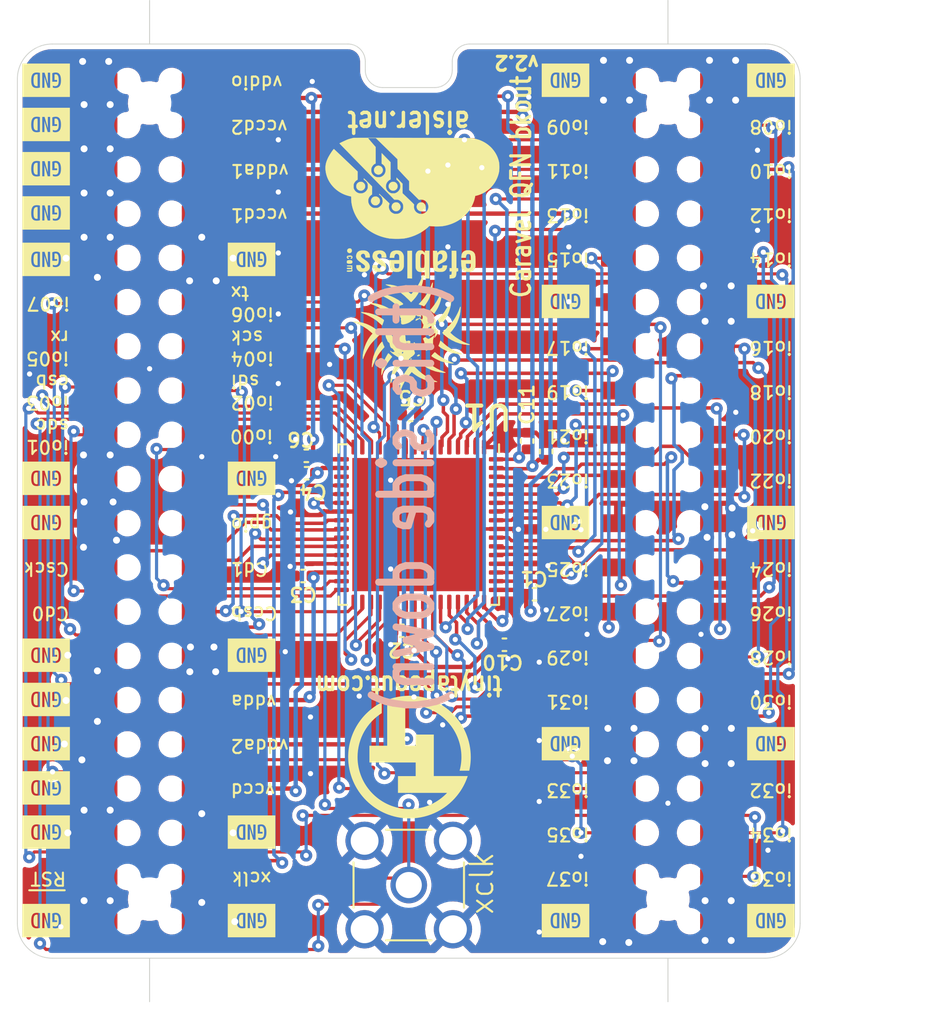
<source format=kicad_pcb>
(kicad_pcb (version 20221018) (generator pcbnew)
  (title_block (title "Caravel Breakout QFN") (date "2023-07-26") (rev "2.2") (comment 1 "(C) 2023 Pat Deegan"))
  (layers (0 "F.Cu" signal) (31 "B.Cu" signal) (34 "B.Paste" user) (35 "F.Paste" user) (36 "B.SilkS" user "B.Silkscreen") (37 "F.SilkS" user "F.Silkscreen") (38 "B.Mask" user) (39 "F.Mask" user) (44 "Edge.Cuts" user))
  (net 0 "")
  (net 1 "GND")
  (net 2 "vddio")
  (net 3 "vccd2")
  (net 4 "vccd1")
  (net 5 "vdda1")
  (net 6 "vdda2")
  (net 7 "mprj_io[18]")
  (net 8 "mprj_io[17]")
  (net 9 "mprj_io[16]")
  (net 10 "mprj_io[15]")
  (net 11 "mprj_io[14]")
  (net 12 "mprj_io[13]")
  (net 13 "mprj_io[12]")
  (net 14 "mprj_io[11]")
  (net 15 "mprj_io[10]")
  (net 16 "mprj_io[9]")
  (net 17 "mprj_io[8]")
  (net 18 "mprj_io[7]")
  (net 19 "mprj_io[6]_ser_tx")
  (net 20 "mprj_io[5]_ser_rx")
  (net 21 "mprj_io[0]")
  (net 22 "mprj_io[33]")
  (net 23 "mprj_io[32]")
  (net 24 "mprj_io[31]")
  (net 25 "mprj_io[30]")
  (net 26 "mprj_io[29]")
  (net 27 "mprj_io[28]")
  (net 28 "mprj_io[27]")
  (net 29 "mprj_io[26]")
  (net 30 "mprj_io[25]")
  (net 31 "mprj_io[24]")
  (net 32 "mprj_io[23]")
  (net 33 "mprj_io[22]")
  (net 34 "mprj_io[21]")
  (net 35 "mprj_io[20]")
  (net 36 "mprj_io[19]")
  (net 37 "mprj_io[4]_SCK")
  (net 38 "mprj_io[3]_CSB")
  (net 39 "mprj_io[2]_SDI")
  (net 40 "mprj_io[1]_SDO")
  (net 41 "gpio")
  (net 42 "Caravel_D0")
  (net 43 "Caravel_CSB")
  (net 44 "~{RST}")
  (net 45 "Caravel_D1")
  (net 46 "xclk")
  (net 47 "mprj_io[36]")
  (net 48 "mprj_io[37]")
  (net 49 "Caravel_SCK")
  (net 50 "mprj_io[34]")
  (net 51 "mprj_io[35]")
  (net 52 "vdda")
  (net 53 "vccd")
  (footprint "Capacitor_SMD:C_0402_1005Metric" (layer "F.Cu") (at 78.4 40.9 -90)
    (fp_text reference "C7" hide)
    (fp_text value "0.1uf")
  )
  (footprint "Capacitor_SMD:C_0402_1005Metric" (layer "F.Cu") (at 77.73 49.1 180)
    (fp_text reference "C1")
    (fp_text value "0.1uf")
  )
  (footprint "Capacitor_SMD:C_0402_1005Metric" (layer "F.Cu") (at 70.1 51.2 180)
    (fp_text reference "C2")
    (fp_text value "0.1uf")
  )
  (footprint "Capacitor_SMD:C_0402_1005Metric" (layer "F.Cu") (at 64.61 41.15)
    (fp_text reference "C6")
    (fp_text value "0.1uf")
  )
  (footprint "Capacitor_SMD:C_0402_1005Metric" (layer "F.Cu") (at 64.63 42.15)
    (fp_text reference "C4")
    (fp_text value "0.1uf")
  )
  (footprint "Capacitor_SMD:C_0402_1005Metric" (layer "F.Cu") (at 64.43 48.05 180)
    (fp_text reference "C3")
    (fp_text value "0.1uf")
  )
  (footprint "Capacitor_SMD:C_0402_1005Metric" (layer "F.Cu") (at 70.6 38.8)
    (fp_text reference "C5")
    (fp_text value "0.1uf")
  )
  (footprint "kibuzzard-6288F08E" (layer "F.Cu") (at 91.322 57.681 180)
    (fp_text reference "kibuzzard-6288F08E" hide)
    (fp_text value "G***" hide)
  )
  (footprint "BreakoutCommon:FH-00339" (layer "F.Cu") (at 85.4 43.75 -90)
    (fp_text reference "CON2" hide)
    (fp_text value "FH-00339")
  )
  (footprint "flyingcarsfootprints:StitchingVia-0.3mm" (layer "F.Cu") (at 90.5 54.75)
    (fp_text reference "REF**" hide)
    (fp_text value "StitchingVia-0.3mm" hide)
  )
  (footprint "flyingcarsfootprints:StitchingVia-0.3mm" (layer "F.Cu") (at 90.55 23.6)
    (fp_text reference "REF**" hide)
    (fp_text value "StitchingVia-0.3mm" hide)
  )
  (footprint "kibuzzard-6288F08E" (layer "F.Cu") (at 61.462 52.601 180)
    (fp_text reference "kibuzzard-6288F08E" hide)
    (fp_text value "G***" hide)
  )
  (footprint "Logos:ef_logo" (layer "F.Cu") (at 70.7 30.1 180)
    (fp_text reference "REF**" hide)
    (fp_text value "Logo" hide)
  )
  (footprint "kibuzzard-6288F08E" (layer "F.Cu") (at 91.322 44.981 180)
    (fp_text reference "kibuzzard-6288F08E" hide)
    (fp_text value "G***" hide)
  )
  (footprint "kibuzzard-6288F08E" (layer "F.Cu") (at 79.511 57.681 180)
    (fp_text reference "kibuzzard-6288F08E" hide)
    (fp_text value "G***" hide)
  )
  (footprint "flyingcarsfootprints:StitchingVia-0.3mm" (layer "F.Cu") (at 70.05 35.55)
    (fp_text reference "REF**" hide)
    (fp_text value "StitchingVia-0.3mm" hide)
  )
  (footprint "kibuzzard-6288F08E" (layer "F.Cu") (at 79.511 44.981 180)
    (fp_text reference "kibuzzard-6288F08E" hide)
    (fp_text value "G***" hide)
  )
  (footprint "Logos:TT_logo" (layer "F.Cu") (at 70.5 58.4 180)
    (fp_text reference "REF**" hide)
    (fp_text value "TT_logo")
  )
  (footprint "flyingcarsfootprints:StitchingVia-0.3mm" (layer "F.Cu") (at 72.45 56.6)
    (fp_text reference "REF**" hide)
    (fp_text value "StitchingVia-0.3mm" hide)
  )
  (footprint "flyingcarsfootprints:StitchingVia-0.3mm" (layer "F.Cu") (at 72.75 24.45)
    (fp_text reference "REF**" hide)
    (fp_text value "StitchingVia-0.3mm" hide)
  )
  (footprint "flyingcarsfootprints:StitchingVia-0.3mm" (layer "F.Cu") (at 91.15 63.8)
    (fp_text reference "REF**" hide)
    (fp_text value "StitchingVia-0.3mm" hide)
  )
  (footprint "Capacitor_SMD:C_0402_1005Metric" (layer "F.Cu") (at 77.3 40.3 -90)
    (fp_text reference "C11")
    (fp_text value "0.1uf")
  )
  (footprint "kibuzzard-6288F08E" (layer "F.Cu") (at 49.651 67.841 180)
    (fp_text reference "kibuzzard-6288F08E" hide)
    (fp_text value "G***" hide)
  )
  (footprint "kibuzzard-6288F08E" (layer "F.Cu") (at 61.462 42.441 180)
    (fp_text reference "kibuzzard-6288F08E" hide)
    (fp_text value "G***" hide)
  )
  (footprint "flyingcarsfootprints:StitchingVia-0.3mm" (layer "F.Cu") (at 70.8 55)
    (fp_text reference "REF**" hide)
    (fp_text value "StitchingVia-0.3mm" hide)
  )
  (footprint "flyingcarsfootprints:StitchingVia-0.3mm" (layer "F.Cu") (at 72.75 32.45)
    (fp_text reference "REF**" hide)
    (fp_text value "StitchingVia-0.3mm" hide)
  )
  (footprint "flyingcarsfootprints:StitchingVia-0.3mm" (layer "F.Cu") (at 64.95 19.65)
    (fp_text reference "REF**" hide)
    (fp_text value "StitchingVia-0.3mm" hide)
  )
  (footprint "kibuzzard-6288F08E" (layer "F.Cu") (at 49.651 19.581 180)
    (fp_text reference "kibuzzard-6288F08E" hide)
    (fp_text value "G***" hide)
  )
  (footprint "kibuzzard-6288F08E" (layer "F.Cu") (at 49.651 42.441 180)
    (fp_text reference "kibuzzard-6288F08E" hide)
    (fp_text value "G***" hide)
  )
  (footprint "flyingcarsfootprints:StitchingVia-0.3mm" (layer "F.Cu") (at 63 37)
    (fp_text reference "REF**" hide)
    (fp_text value "StitchingVia-0.3mm" hide)
  )
  (footprint "flyingcarsfootprints:StitchingVia-0.3mm" (layer "F.Cu") (at 63 33)
    (fp_text reference "REF**" hide)
    (fp_text value "StitchingVia-0.3mm" hide)
  )
  (footprint "kibuzzard-6288F08E" (layer "F.Cu") (at 61.462 62.761 180)
    (fp_text reference "kibuzzard-6288F08E" hide)
    (fp_text value "G***" hide)
  )
  (footprint "flyingcarsfootprints:StitchingVia-0.3mm" (layer "F.Cu") (at 50.5 68.2)
    (fp_text reference "REF**" hide)
    (fp_text value "StitchingVia-0.3mm" hide)
  )
  (footprint "flyingcarsfootprints:StitchingVia-0.3mm" (layer "F.Cu") (at 85.4 61.1)
    (fp_text reference "REF**" hide)
    (fp_text value "StitchingVia-0.3mm" hide)
  )
  (footprint "flyingcarsfootprints:StitchingVia-0.3mm" (layer "F.Cu") (at 64.85 56.15)
    (fp_text reference "REF**" hide)
    (fp_text value "StitchingVia-0.3mm" hide)
  )
  (footprint "flyingcarsfootprints:StitchingVia-0.3mm" (layer "F.Cu") (at 63 26)
    (fp_text reference "REF**" hide)
    (fp_text value "StitchingVia-0.3mm" hide)
  )
  (footprint "flyingcarsfootprints:StitchingVia-0.3mm" (layer "F.Cu") (at 67.65 54.95)
    (fp_text reference "REF**" hide)
    (fp_text value "StitchingVia-0.3mm" hide)
  )
  (footprint "flyingcarsfootprints:StitchingVia-0.3mm" (layer "F.Cu") (at 89.3 38.65)
    (fp_text reference "REF**" hide)
    (fp_text value "StitchingVia-0.3mm" hide)
  )
  (footprint "Capacitor_SMD:C_0402_1005Metric" (layer "F.Cu") (at 76 52)
    (fp_text reference "C10")
    (fp_text value "0.1uf")
  )
  (footprint "flyingcarsfootprints:StitchingVia-0.3mm" (layer "F.Cu") (at 87.3 51.4)
    (fp_text reference "REF**" hide)
    (fp_text value "StitchingVia-0.3mm" hide)
  )
  (footprint "kibuzzard-6288F08E" (layer "F.Cu") (at 49.651 52.601 180)
    (fp_text reference "kibuzzard-6288F08E" hide)
    (fp_text value "G***" hide)
  )
  (footprint "flyingcarsfootprints:StitchingVia-0.3mm" (layer "F.Cu") (at 90.55 28.2)
    (fp_text reference "REF**" hide)
    (fp_text value "StitchingVia-0.3mm" hide)
  )
  (footprint "flyingcarsfootprints:StitchingVia-0.3mm" (layer "F.Cu") (at 64.85 59.4)
    (fp_text reference "REF**" hide)
    (fp_text value "StitchingVia-0.3mm" hide)
  )
  (footprint "kibuzzard-6288F08E" (layer "F.Cu") (at 49.651 29.868 180)
    (fp_text reference "kibuzzard-6288F08E" hide)
    (fp_text value "G***" hide)
  )
  (footprint "kibuzzard-6288F08E" (layer "F.Cu") (at 49.651 44.981 180)
    (fp_text reference "kibuzzard-6288F08E" hide)
    (fp_text value "G***" hide)
  )
  (footprint "flyingcarsfootprints:StitchingVia-0.3mm" (layer "F.Cu") (at 48.7 36.45)
    (fp_text reference "REF**" hide)
    (fp_text value "StitchingVia-0.3mm" hide)
  )
  (footprint "Logos:aisler_logo_10" (layer "F.Cu") (at 70.5 22.9 180)
    (fp_text reference "REF**" hide)
    (fp_text value "aisler_logo_10")
  )
  (footprint "kibuzzard-6288F08E" (layer "F.Cu") (at 91.322 67.841 180)
    (fp_text reference "kibuzzard-6288F08E" hide)
    (fp_text value "G***" hide)
  )
  (footprint "flyingcarsfootprints:StitchingVia-0.3mm" (layer "F.Cu") (at 63 23)
    (fp_text reference "REF**" hide)
    (fp_text value "StitchingVia-0.3mm" hide)
  )
  (footprint "flyingcarsfootprints:StitchingVia-0.3mm" (layer "F.Cu") (at 55.6 36.15)
    (fp_text reference "REF**" hide)
    (fp_text value "StitchingVia-0.3mm" hide)
  )
  (footprint "Package_DFN_QFN:QFN-64-1EP_9x9mm_P0.5mm_EP7.65x7.65mm" (layer "F.Cu") (at 71.08 45.1 -90)
    (fp_text reference "U1")
    (fp_text value "Caravel_QFN")
  )
  (footprint "kibuzzard-6288F08E" (layer "F.Cu") (at 79.511 19.581 180)
    (fp_text reference "kibuzzard-6288F08E" hide)
    (fp_text value "G***" hide)
  )
  (footprint "flyingcarsfootprints:StitchingVia-0.3mm" (layer "F.Cu") (at 77.4 20.55)
    (fp_text reference "REF**" hide)
    (fp_text value "StitchingVia-0.3mm" hide)
  )
  (footprint "flyingcarsfootprints:StitchingVia-0.3mm" (layer "F.Cu") (at 78 53)
    (fp_text reference "REF**" hide)
    (fp_text value "StitchingVia-0.3mm" hide)
  )
  (footprint "flyingcarsfootprints:StitchingVia-0.3mm" (layer "F.Cu") (at 72.75 29.15)
    (fp_text reference "REF**" hide)
    (fp_text value "StitchingVia-0.3mm" hide)
  )
  (footprint "flyingcarsfootprints:StitchingVia-0.3mm" (layer "F.Cu") (at 80.4 64.15)
    (fp_text reference "REF**" hide)
    (fp_text value "StitchingVia-0.3mm" hide)
  )
  (footprint "kibuzzard-6288F08E" (layer "F.Cu") (at 61.462 67.841 180)
    (fp_text reference "kibuzzard-6288F08E" hide)
    (fp_text value "G***" hide)
  )
  (footprint "flyingcarsfootprints:StitchingVia-0.3mm" (layer "F.Cu") (at 71.7 61.05)
    (fp_text reference "REF**" hide)
    (fp_text value "StitchingVia-0.3mm" hide)
  )
  (footprint "flyingcarsfootprints:StitchingVia-0.3mm" (layer "F.Cu") (at 78 57.5)
    (fp_text reference "REF**" hide)
    (fp_text value "StitchingVia-0.3mm" hide)
  )
  (footprint "flyingcarsfootprints:StitchingVia-0.3mm" (layer "F.Cu") (at 65.95 35.9)
    (fp_text reference "REF**" hide)
    (fp_text value "StitchingVia-0.3mm" hide)
  )
  (footprint "Logos:ef_logo_graphical" (layer "F.Cu") (at 70.7 34.1 180)
    (fp_text reference "REF**" hide)
    (fp_text value "Logo" hide)
  )
  (footprint "kibuzzard-6288F08E" (layer "F.Cu") (at 49.651 62.761 180)
    (fp_text reference "kibuzzard-6288F08E" hide)
    (fp_text value "G***" hide)
  )
  (footprint "flyingcarsfootprints:StitchingVia-0.3mm" (layer "F.Cu") (at 62.85 41.2)
    (fp_text reference "REF**" hide)
    (fp_text value "StitchingVia-0.3mm" hide)
  )
  (footprint "flyingcarsfootprints:StitchingVia-0.3mm" (layer "F.Cu") (at 78 68.5)
    (fp_text reference "REF**" hide)
    (fp_text value "StitchingVia-0.3mm" hide)
  )
  (footprint "ok-connectors:TE_5-1814832-2" (layer "F.Cu") (at 70.5 65.8)
    (fp_text reference "CON3" hide)
    (fp_text value "73251-1352")
  )
  (footprint "kibuzzard-6288F08E" (layer "F.Cu") (at 49.651 57.681 180)
    (fp_text reference "kibuzzard-6288F08E" hide)
    (fp_text value "G***" hide)
  )
  (footprint "kibuzzard-6288F08E" (layer "F.Cu") (at 91.322 32.281 180)
    (fp_text reference "kibuzzard-6288F08E" hide)
    (fp_text value "G***" hide)
  )
  (footprint "flyingcarsfootprints:StitchingVia-0.3mm" (layer "F.Cu") (at 67.95 30.75)
    (fp_text reference "REF**" hide)
    (fp_text value "StitchingVia-0.3mm" hide)
  )
  (footprint "flyingcarsfootprints:StitchingVia-0.3mm" (layer "F.Cu") (at 63 29.5)
    (fp_text reference "REF**" hide)
    (fp_text value "StitchingVia-0.3mm" hide)
  )
  (footprint "flyingcarsfootprints:StitchingVia-0.3mm" (layer "F.Cu") (at 80.75 51.4)
    (fp_text reference "REF**" hide)
    (fp_text value "StitchingVia-0.3mm" hide)
  )
  (footprint "kibuzzard-6288F08E" (layer "F.Cu") (at 49.651 24.661 180)
    (fp_text reference "kibuzzard-6288F08E" hide)
    (fp_text value "G***" hide)
  )
  (footprint "kibuzzard-6288F08E" (layer "F.Cu") (at 49.651 27.201 180)
    (fp_text reference "kibuzzard-6288F08E" hide)
    (fp_text value "G***" hide)
  )
  (footprint "kibuzzard-6288F08E" (layer "F.Cu") (at 79.511 32.281 180)
    (fp_text reference "kibuzzard-6288F08E" hide)
    (fp_text value "G***" hide)
  )
  (footprint "BreakoutCommon:FH-00339" (layer "F.Cu") (at 55.6 43.75 -90)
    (fp_text reference "CON1" hide)
    (fp_text value "FH-00339")
  )
  (footprint "kibuzzard-6288F08E" (layer "F.Cu") (at 49.651 55.141 180)
    (fp_text reference "kibuzzard-6288F08E" hide)
    (fp_text value "G***" hide)
  )
  (footprint "kibuzzard-6288F08E" (layer "F.Cu") (at 61.462 29.868 180)
    (fp_text reference "kibuzzard-6288F08E" hide)
    (fp_text value "G***" hide)
  )
  (footprint "kibuzzard-6288F08E" (layer "F.Cu") (at 79.511 67.841 180)
    (fp_text reference "kibuzzard-6288F08E" hide)
    (fp_text value "G***" hide)
  )
  (footprint "flyingcarsfootprints:StitchingVia-0.3mm" (layer "F.Cu") (at 79.7 29.15)
    (fp_text reference "REF**" hide)
    (fp_text value "StitchingVia-0.3mm" hide)
  )
  (footprint "kibuzzard-6288F08E" (layer "F.Cu") (at 49.651 22.121 180)
    (fp_text reference "kibuzzard-6288F08E" hide)
    (fp_text value "G***" hide)
  )
  (footprint "flyingcarsfootprints:StitchingVia-0.3mm" (layer "F.Cu") (at 78 61)
    (fp_text reference "REF**" hide)
    (fp_text value "StitchingVia-0.3mm" hide)
  )
  (footprint "kibuzzard-6288F08E" (layer "F.Cu") (at 49.651 60.221 180)
    (fp_text reference "kibuzzard-6288F08E" hide)
    (fp_text value "G***" hide)
  )
  (footprint "flyingcarsfootprints:StitchingVia-0.3mm" (layer "F.Cu") (at 58.6 41.2)
    (fp_text reference "REF**" hide)
    (fp_text value "StitchingVia-0.3mm" hide)
  )
  (footprint "kibuzzard-6288F08E" (layer "F.Cu") (at 91.322 19.581 180)
    (fp_text reference "kibuzzard-6288F08E" hide)
    (fp_text value "G***" hide)
  )
  (gr_line (start 48.684 66.1) (end 50.716 66.1) (stroke (width 0.12)) (layer "F.SilkS"))
  (gr_arc (start 67 17.5) (mid 67.707107 17.792893) (end 68 18.5) (stroke (width 0.05)) (layer "Edge.Cuts"))
  (gr_line (start 68 18.5) (end 68 19) (stroke (width 0.05)) (layer "Edge.Cuts"))
  (gr_line locked (start 50 70) (end 91 70) (stroke (width 0.05)) (layer "Edge.Cuts"))
  (gr_arc locked (start 93 68) (mid 92.414214 69.414214) (end 91 70) (stroke (width 0.05)) (layer "Edge.Cuts"))
  (gr_arc locked (start 48 19.5) (mid 48.585786 18.085786) (end 50 17.5) (stroke (width 0.05)) (layer "Edge.Cuts"))
  (gr_line (start 73 19) (end 73 18.5) (stroke (width 0.05)) (layer "Edge.Cuts"))
  (gr_arc (start 73 18.5) (mid 73.292893 17.792893) (end 74 17.5) (stroke (width 0.05)) (layer "Edge.Cuts"))
  (gr_line (start 69 20) (end 72 20) (stroke (width 0.05)) (layer "Edge.Cuts"))
  (gr_line (start 85.4 17.5) (end 85.4 15) (stroke (width 0.05588)) (layer "Edge.Cuts"))
  (gr_arc locked (start 50 70) (mid 48.585786 69.414214) (end 48 68) (stroke (width 0.05)) (layer "Edge.Cuts"))
  (gr_line (start 55.6 17.5) (end 55.6 15) (stroke (width 0.05588)) (layer "Edge.Cuts"))
  (gr_line (start 85.4 72.5) (end 85.4 70) (stroke (width 0.05588)) (layer "Edge.Cuts"))
  (gr_arc (start 69 20) (mid 68.292893 19.707107) (end 68 19) (stroke (width 0.05)) (layer "Edge.Cuts"))
  (gr_arc (start 91 17.5) (mid 92.414214 18.085786) (end 93 19.5) (stroke (width 0.05)) (layer "Edge.Cuts"))
  (gr_line locked (start 48 19.5) (end 48 68) (stroke (width 0.05)) (layer "Edge.Cuts"))
  (gr_line (start 91 17.5) (end 74 17.5) (stroke (width 0.05)) (layer "Edge.Cuts"))
  (gr_line (start 55.6 72.5) (end 55.6 70) (stroke (width 0.05588)) (layer "Edge.Cuts"))
  (gr_line locked (start 93 19.5) (end 93 68) (stroke (width 0.05)) (layer "Edge.Cuts"))
  (gr_arc (start 73 19) (mid 72.707107 19.707107) (end 72 20) (stroke (width 0.05)) (layer "Edge.Cuts"))
  (gr_line (start 50 17.5) (end 67 17.5) (stroke (width 0.05)) (layer "Edge.Cuts"))
  (gr_text "(this side down)" (at 70.4 43.5 90) (layer "B.SilkS") (effects (font (size 3 2) (thickness 0.4)) (justify mirror)))
  (gr_text "vddio" (at 60.192 19.708 180) (layer "F.SilkS") (effects (font (size 0.75 0.75) (thickness 0.12)) (justify right)))
  (gr_text "io36" (at 91.322 65.428 180) (layer "F.SilkS") (effects (font (size 0.75 0.75) (thickness 0.12))))
  (gr_text "io18" (at 91.322 37.488 180) (layer "F.SilkS") (effects (font (size 0.75 0.75) (thickness 0.12))))
  (gr_text "io23" (at 79.638 42.568 180) (layer "F.SilkS") (effects (font (size 0.75 0.75) (thickness 0.12))))
  (gr_text "io34" (at 91.322 62.888 180) (layer "F.SilkS") (effects (font (size 0.75 0.75) (thickness 0.12))))
  (gr_text "xclk" (at 61.462 65.428 180) (layer "F.SilkS") (effects (font (size 0.75 0.75) (thickness 0.12))))
  (gr_text "io04\nsck" (at 60.192 34.948 180) (layer "F.SilkS") (effects (font (size 0.75 0.75) (thickness 0.12)) (justify right)))
  (gr_text "io29" (at 79.638 52.728 180) (layer "F.SilkS") (effects (font (size 0.75 0.75) (thickness 0.12))))
  (gr_text "gpio" (at 60.192 45.108 180) (layer "F.SilkS") (effects (font (size 0.75 0.75) (thickness 0.12)) (justify right)))
  (gr_text "vdda2" (at 60.192 57.808 180) (layer "F.SilkS") (effects (font (size 0.75 0.75) (thickness 0.12)) (justify right)))
  (gr_text "io01\nsdo" (at 51.048 40.028 180) (layer "F.SilkS") (effects (font (size 0.75 0.75) (thickness 0.12)) (justify left)))
  (gr_text "io37" (at 79.638 65.428 180) (layer "F.SilkS") (effects (font (size 0.75 0.75) (thickness 0.12))))
  (gr_text "io25" (at 79.638 47.648 180) (layer "F.SilkS") (effects (font (size 0.75 0.75) (thickness 0.12))))
  (gr_text "io21" (at 79.638 40.028 180) (layer "F.SilkS") (effects (font (size 0.75 0.75) (thickness 0.12))))
  (gr_text "vdda1" (at 60.192 24.788 180) (layer "F.SilkS") (effects (font (size 0.75 0.75) (thickness 0.12)) (justify right)))
  (gr_text "vccd1" (at 60.192 27.328 180) (layer "F.SilkS") (effects (font (size 0.75 0.75) (thickness 0.12)) (justify right)))
  (gr_text "vccd2" (at 60.192 22.248 180) (layer "F.SilkS") (effects (font (size 0.75 0.75) (thickness 0.12)) (justify right)))
  (gr_text "Cd1" (at 60.192 47.648 180) (layer "F.SilkS") (effects (font (size 0.75 0.75) (thickness 0.12)) (justify right)))
  (gr_text "RST" (at 49.778 65.428 180) (layer "F.SilkS") (effects (font (size 0.75 0.75) (thickness 0.12))))
  (gr_text "v2.2" (at 76.7 18.1 180) (layer "F.SilkS") (effects (font (size 0.8 0.8) (thickness 0.18) bold) (justify bottom)))
  (gr_text "io08" (at 91.322 22.248 180) (layer "F.SilkS") (effects (font (size 0.75 0.75) (thickness 0.12))))
  (gr_text "io35" (at 79.638 62.888 180) (layer "F.SilkS") (effects (font (size 0.75 0.75) (thickness 0.12))))
  (gr_text "io14" (at 91.322 29.868 180) (layer "F.SilkS") (effects (font (size 0.75 0.75) (thickness 0.12))))
  (gr_text "xclk" (at 74.7 65.7 90) (layer "F.SilkS") (effects (font (size 1.3 1.2) (thickness 0.127))))
  (gr_text "io27" (at 79.638 50.188 180) (layer "F.SilkS") (effects (font (size 0.75 0.75) (thickness 0.12))))
  (gr_text "io10" (at 91.322 24.788 180) (layer "F.SilkS") (effects (font (size 0.75 0.75) (thickness 0.12))))
  (gr_text "io31" (at 79.638 55.268 180) (layer "F.SilkS") (effects (font (size 0.75 0.75) (thickness 0.12))))
  (gr_text "io26" (at 91.322 50.188 180) (layer "F.SilkS") (effects (font (size 0.75 0.75) (thickness 0.12))))
  (gr_text "tinytapeout.com" (at 70.5 53.7 180) (layer "F.SilkS") (effects (font (size 1.1 0.9) (thickness 0.18) bold) (justify bottom)))
  (gr_text "io22" (at 91.322 42.568 180) (layer "F.SilkS") (effects (font (size 0.75 0.75) (thickness 0.12))))
  (gr_text "vdda" (at 60.192 55.268 180) (layer "F.SilkS") (effects (font (size 0.75 0.75) (thickness 0.12)) (justify right)))
  (gr_text "io24" (at 91.322 47.648 180) (layer "F.SilkS") (effects (font (size 0.75 0.75) (thickness 0.12))))
  (gr_text "io12" (at 91.322 27.328 180) (layer "F.SilkS") (effects (font (size 0.75 0.75) (thickness 0.12))))
  (gr_text "io02\nsdi" (at 60.192 37.488 180) (layer "F.SilkS") (effects (font (size 0.75 0.75) (thickness 0.12)) (justify right)))
  (gr_text "Cd0" (at 51.048 50.188 180) (layer "F.SilkS") (effects (font (size 0.75 0.75) (thickness 0.12)) (justify left)))
  (gr_text "io17" (at 79.638 34.948 180) (layer "F.SilkS") (effects (font (size 0.75 0.75) (thickness 0.12))))
  (gr_text "io15" (at 79.638 29.868 180) (layer "F.SilkS") (effects (font (size 0.75 0.75) (thickness 0.12))))
  (gr_text "Csck" (at 51.048 47.648 180) (layer "F.SilkS") (effects (font (size 0.75 0.75) (thickness 0.12)) (justify left)))
  (gr_text "io32" (at 91.322 60.348 180) (layer "F.SilkS") (effects (font (size 0.75 0.75) (thickness 0.12))))
  (gr_text "io06\ntx" (at 60.192 32.408 180) (layer "F.SilkS") (effects (font (size 0.75 0.75) (thickness 0.12)) (justify right)))
  (gr_text "io30" (at 91.322 55.268 180) (layer "F.SilkS") (effects (font (size 0.75 0.75) (thickness 0.12))))
  (gr_text "Ccsb" (at 60.192 50.188 180) (layer "F.SilkS") (effects (font (size 0.75 0.75) (thickness 0.12)) (justify right)))
  (gr_text "vccd" (at 60.192 60.348 180) (layer "F.SilkS") (effects (font (size 0.75 0.75) (thickness 0.12)) (justify right)))
  (gr_text "io07" (at 49.778 32.408 180) (layer "F.SilkS") (effects (font (size 0.75 0.75) (thickness 0.12))))
  (gr_text "aisler.net" (at 70.5 21.270909 180) (layer "F.SilkS") (effects (font (size 1.2 1) (thickness 0.2) bold) (justify bottom)))
  (gr_text "io13" (at 79.638 27.328 180) (layer "F.SilkS") (effects (font (size 0.75 0.75) (thickness 0.12))))
  (gr_text "io19" (at 79.638 37.488 180) (layer "F.SilkS") (effects (font (size 0.75 0.75) (thickness 0.12))))
  (gr_text "io09" (at 79.638 22.248 180) (layer "F.SilkS") (effects (font (size 0.75 0.75) (thickness 0.12))))
  (gr_text "io28" (at 91.322 52.728 180) (layer "F.SilkS") (effects (font (size 0.75 0.75) (thickness 0.12))))
  (gr_text "io16" (at 91.322 34.948 180) (layer "F.SilkS") (effects (font (size 0.75 0.75) (thickness 0.12))))
  (gr_text "io00" (at 61.462 40.028 180) (layer "F.SilkS") (effects (font (size 0.75 0.75) (thickness 0.12))))
  (gr_text "io03\ncsb" (at 51.048 37.488 180) (layer "F.SilkS") (effects (font (size 0.75 0.75) (thickness 0.12)) (justify left)))
  (gr_text "io20" (at 91.322 40.028 180) (layer "F.SilkS") (effects (font (size 0.75 0.75) (thickness 0.12))))
  (gr_text "Caravel QFN bkout" (at 77.6 25.7 90) (layer "F.SilkS") (effects (font (size 1.1 0.9) (thickness 0.18) bold) (justify bottom)))
  (gr_text "io05\nrx" (at 51.048 34.948 180) (layer "F.SilkS") (effects (font (size 0.75 0.75) (thickness 0.12)) (justify left)))
  (gr_text "io11" (at 79.638 24.788 180) (layer "F.SilkS") (effects (font (size 0.75 0.75) (thickness 0.12))))
  (gr_text "io33" (at 79.638 60.348 180) (layer "F.SilkS") (effects (font (size 0.75 0.75) (thickness 0.12))))
  (segment (start 76.2 52.8) (end 75.2 52.8) (width 0.2) (layer "F.Cu") (net 1))
  (segment (start 66.63 47.35) (end 66.627451 47.347451) (width 0.2) (layer "F.Cu") (net 1))
  (segment (start 70.33 40.207872) (end 70.33 40.65) (width 0.2) (layer "F.Cu") (net 1))
  (segment (start 74.3 53.7) (end 71.168962 53.7) (width 0.2) (layer "F.Cu") (net 1))
  (segment (start 70.12 38.8) (end 70.12 38.11891) (width 0.2) (layer "F.Cu") (net 1))
  (segment (start 63.677353 42.5) (end 63.757543 42.58019) (width 0.2) (layer "F.Cu") (net 1))
  (segment (start 64.770405 44.555) (end 64.750595 44.53519) (width 0.25) (layer "F.Cu") (net 1))
  (segment (start 76.48 52) (end 76.48 52.52) (width 0.2) (layer "F.Cu") (net 1))
  (segment (start 70.33 40.65) (end 70.33 44.35) (width 0.2) (layer "F.Cu") (net 1))
  (segment (start 63.68 47.5) (end 63.68 47.78) (width 0.2) (layer "F.Cu") (net 1))
  (segment (start 71.33 45.35) (end 71.08 45.1) (width 0.2) (layer "F.Cu") (net 1))
  (segment (start 69.83 46.35) (end 71.08 45.1) (width 0.25) (layer "F.Cu") (net 1))
  (segment (start 69.83 49.55) (end 69.83 46.35) (width 0.25) (layer "F.Cu") (net 1))
  (segment (start 77.8 39.82) (end 78.4 40.42) (width 0.25) (layer "F.Cu") (net 1))
  (segment (start 75.66 39.82) (end 77.3 39.82) (width 0.25) (layer "F.Cu") (net 1))
  (segment (start 63.68 47.78) (end 63.95 48.05) (width 0.2) (layer "F.Cu") (net 1))
  (segment (start 71.168962 53.7) (end 69.460398 51.991436) (width 0.2) (layer "F.Cu") (net 1))
  (segment (start 65.329595 44.555) (end 64.770405 44.555) (width 0.25) (layer "F.Cu") (net 1))
  (segment (start 58.45 52.64) (end 63.16 52.64) (width 0.25) (layer "F.Cu") (net 1))
  (segment (start 64.750595 44.53519) (end 63.86019 44.53519) (width 0.25) (layer "F.Cu") (net 1))
  (segment (start 50.9 52.6) (end 52.71 52.6) (width 0.25) (layer "F.Cu") (net 1))
  (segment (start 66.54038 42.85) (end 64.027353 42.85) (width 0.2) (layer "F.Cu") (net 1))
  (segment (start 65.349405 44.53519) (end 65.329595 44.555) (width 0.25) (layer "F.Cu") (net 1))
  (segment (start 63.16 52.64) (end 63.4 52.4) (width 0.25) (layer "F.Cu") (net 1))
  (segment (start 64.15 42.15) (end 64.15 42.187733) (width 0.2) (layer "F.Cu") (net 1))
  (segment (start 75.53 45.35) (end 76.782364 45.35) (width 0.2) (layer "F.Cu") (net 1))
  (segment (start 69.96 50.37) (end 69.83 50.5) (width 0.25) (layer "F.Cu") (net 1))
  (segment (start 70.247381 38.927381) (end 70.247381 40.125253) (width 0.2) (layer "F.Cu") (net 1))
  (segment (start 88.4 43.9) (end 88.844943 43.9) (width 0.25) (layer "F.Cu") (net 1))
  (segment (start 78.390005 47.35) (end 78.500003 47.459998) (width 0.25) (layer "F.Cu") (net 1))
  (segment (start 88.4 45.02) (end 88.4 43.9) (width 0.25) (layer "F.Cu") (net 1))
  (segment (start 64.15 42.187733) (end 63.757543 42.58019) (width 0.2) (layer "F.Cu") (net 1))
  (segment (start 69.62 51.2) (end 69.62 51.831834) (width 0.2) (layer "F.Cu") (net 1))
  (segment (start 75.2 52.8) (end 74.3 53.7) (width 0.2) (layer "F.Cu") (net 1))
  (segment (start 76.48 52.52) (end 76.2 52.8) (width 0.2) (layer "F.Cu") (net 1))
  (segment (start 88.844943 43.9) (end 89.09 44.145057) (width 0.25) (layer "F.Cu") (net 1))
  (segment (start 78.379021 45.372162) (end 76.804526 45.372162) (width 0.2) (layer "F.Cu") (net 1))
  (segment (start 82.4 44.25) (end 82.65 44) (width 0.1524) (layer "F.Cu") (net 1))
  (segment (start 75.53 45.35) (end 71.33 45.35) (width 0.2) (layer "F.Cu") (net 1))
  (segment (start 78.21 49.81) (end 78.4 50) (width 0.2) (layer "F.Cu") (net 1))
  (segment (start 70.12 38.8) (end 70.247381 38.927381) (width 0.2) (layer "F.Cu") (net 1))
  (segment (start 87.451018 44) (end 87.523334 44.072316) (width 0.1524) (layer "F.Cu") (net 1))
  (segment (start 64.13 41.15) (end 64.13 40.33) (width 0.2) (layer "F.Cu") (net 1))
  (segment (start 74.83 40.65) (end 75.66 39.82) (width 0.25) (layer "F.Cu") (net 1))
  (segment (start 65.569564 44.35) (end 65.384374 44.53519) (width 0.25) (layer "F.Cu") (net 1))
  (segment (start 63.982543 42.80519) (end 63.757543 42.58019) (width 0.25) (layer "F.Cu") (net 1))
  (segment (start 69.83 50.5) (end 69.83 50.99) (width 0.25) (layer "F.Cu") (net 1))
  (segment (start 64.027353 42.85) (end 63.982543 42.80519) (width 0.2) (layer "F.Cu") (net 1))
  (segment (start 77.3 39.82) (end 77.8 39.82) (width 0.25) (layer "F.Cu") (net 1))
  (segment (start 78.4 40.42) (end 79.274572 40.42) (width 0.25) (layer "F.Cu") (net 1))
  (segment (start 76.782364 45.35) (end 76.804526 45.372162) (width 0.2) (layer "F.Cu") (net 1))
  (segment (start 70.33 49.55) (end 70.33 50.37) (width 0.25) (layer "F.Cu") (net 1))
  (segment (start 70.33 50.37) (end 69.96 50.37) (width 0.25) (layer "F.Cu") (net 1))
  (segment (start 88.4 43.9) (end 87.69565 43.9) (width 0.25) (layer "F.Cu") (net 1))
  (segment (start 70.33 44.35) (end 71.08 45.1) (width 0.25) (layer "F.Cu") (net 1))
  (segment (start 69.83 50.99) (end 69.62 51.2) (width 0.25) (layer "F.Cu") (net 1))
  (segment (start 64.13 40.33) (end 64 40.2) (width 0.2) (layer "F.Cu") (net 1))
  (segment (start 82.38 32.3) (end 82.4 32.32) (width 0.25) (layer "F.Cu") (net 1))
  (segment (start 87.3 51.4) (end 87.65 51.75) (width 0.1524) (layer "F.Cu") (net 1))
  (segment (start 66.63 44.35) (end 65.569564 44.35) (width 0.25) (layer "F.Cu") (net 1))
  (segment (start 70.247381 40.125253) (end 70.33 40.207872) (width 0.2) (layer "F.Cu") (net 1))
  (segment (start 70.12 38.11891) (end 70.226027 38.012883) (width 0.2) (layer "F.Cu") (net 1))
  (segment (start 66.63 44.35) (end 70.33 44.35) (width 0.25) (layer "F.Cu") (net 1))
  (segment (start 79.274572 40.42) (end 79.419098 40.275474) (width 0.25) (layer "F.Cu") (net 1))
  (segment (start 69.83 49.55) (end 69.83 50.5) (width 0.25) (layer "F.Cu") (net 1))
  (segment (start 82.65 44) (end 87.451018 44) (width 0.1524) (layer "F.Cu") (net 1))
  (segment (start 52.71 52.6) (end 52.75 52.64) (width 0.25) (layer "F.Cu") (net 1))
  (segment (start 58.6 42.48) (end 58.62 42.5) (width 0.2) (layer "F.Cu") (net 1))
  (segment (start 79.7 32.3) (end 82.38 32.3) (width 0.25) (layer "F.Cu") (net 1))
  (segment (start 78.21 49.1) (end 78.21 49.81) (width 0.2) (layer "F.Cu") (net 1))
  (segment (start 63.86019 44.53519) (end 63.7 44.375) (width 0.25) (layer "F.Cu") (net 1))
  (segment (start 58.62 42.5) (end 63.677353 42.5) (width 0.2) (layer "F.Cu") (net 1))
  (segment (start 87.65 51.75) (end 90.6 51.75) (width 0.1524) (layer "F.Cu") (net 1))
  (segment (start 69.62 51.831834) (end 69.460398 51.991436) (width 0.2) (layer "F.Cu") (net 1))
  (segment (start 63.832549 47.347451) (end 63.68 47.5) (width 0.2) (layer "F.Cu") (net 1))
  (segment (start 82.4 45.02) (end 82.4 44.25) (width 0.1524) (layer "F.Cu") (net 1))
  (segment (start 87.69565 43.9) (end 87.523334 44.072316) (width 0.25) (layer "F.Cu") (net 1))
  (segment (start 66.627451 47.347451) (end 63.832549 47.347451) (width 0.2) (layer "F.Cu") (net 1))
  (segment (start 65.384374 44.53519) (end 65.349405 44.53519) (width 0.25) (layer "F.Cu") (net 1))
  (segment (start 75.53 47.35) (end 78.390005 47.35) (width 0.25) (layer "F.Cu") (net 1))
  (via (at 51.834 43.8) (size 0.8) (drill 0.4) (layers "F.Cu" "B.Cu") (net 1))
  (via (at 63.7 44.375) (size 0.7) (drill 0.3) (layers "F.Cu" "B.Cu") (net 1))
  (via (at 89.036 58.824) (size 0.8) (drill 0.4) (layers "F.Cu" "B.Cu") (net 1))
  (via (at 87.536 56.8) (size 0.8) (drill 0.4) (layers "F.Cu" "B.Cu") (net 1))
  (via (at 50.9 52.6) (size 0.8) (drill 0.4) (layers "F.Cu" "B.Cu") (net 1))
  (via (at 53.334 20.978) (size 0.8) (drill 0.4) (layers "F.Cu" "B.Cu") (net 1))
  (via (at 69.460398 47.65) (size 0.7) (drill 0.3) (layers "F.Cu" "B.Cu") (net 1))
  (via (at 83.448 58.66) (size 0.8) (drill 0.4) (layers "F.Cu" "B.Cu") (net 1))
  (via (at 52.6 53.5) (size 0.8) (drill 0.4) (layers "F.Cu" "B.Cu") (net 1))
  (via (at 79.7 32.3) (size 0.7) (drill 0.3) (layers "F.Cu" "B.Cu") (net 1))
  (via (at 53.69729 45.995354) (size 0.8) (drill 0.4) (layers "F.Cu" "B.Cu") (net 1))
  (via (at 58.6 66.8) (size 0.8) (drill 0.4) (layers "F.Cu" "B.Cu") (net 1))
  (via (at 87.79 18.438) (size 0.8) (drill 0.4) (layers "F.Cu" "B.Cu") (net 1))
  (via (at 89.045939 56.8) (size 0.8) (drill 0.4) (layers "F.Cu" "B.Cu") (net 1))
  (via (at 81.924 58.66) (size 0.8) (drill 0.4) (layers "F.Cu" "B.Cu") (net 1))
  (via (at 81.694 20.724) (size 0.8) (drill 0.4) (layers "F.Cu" "B.Cu") (net 1))
  (via (at 60.4 29.8) (size 0.8) (drill 0.4) (layers "F.Cu" "B.Cu") (net 1))
  (via (at 89.29 20.724) (size 0.8) (drill 0.4) (layers "F.Cu" "B.Cu") (net 1))
  (via (at 87.536 33.424) (size 0.8) (drill 0.4) (layers "F.Cu" "B.Cu") (net 1))
  (via (at 87.523334 44.072316) (size 0.8) (drill 0.4) (layers "F.Cu" "B.Cu") (net 1))
  (via (at 78.500003 47.459998) (size 0.7) (drill 0.3) (layers "F.Cu" "B.Cu") (net 1))
  (via (at 63.4 52.4) (size 0.7) (drill 0.3) (layers "F.Cu" "B.Cu") (net 1))
  (via (at 53.334 23.518) (size 0.8) (drill 0.4) (layers "F.Cu" "B.Cu") (net 1))
  (via (at 60.4 62.8) (size 0.8) (drill 0.4) (layers "F.Cu" "B.Cu") (net 1))
  (via (at 51.709158 58.61) (size 0.8) (drill 0.4) (layers "F.Cu" "B.Cu") (net 1))
  (via (at 89.09 44.145057) (size 0.8) (drill 0.4) (layers "F.Cu" "B.Cu") (net 1))
  (via (at 53.334 28.598) (size 0.8) (drill 0.4) (layers "F.Cu" "B.Cu") (net 1))
  (via (at 51.75 18.5) (size 0.8) (drill 0.4) (layers "F.Cu" "B.Cu") (net 1))
  (via (at 83.448 56.8) (size 0.8) (drill 0.4) (layers "F.Cu" "B.Cu") (net 1))
  (via (at 53.5 43.8) (size 0.8) (drill 0.4) (layers "F.Cu" "B.Cu") (net 1))
  (via (at 53.334 61.5) (size 0.8) (drill 0.4) (layers "F.Cu" "B.Cu") (net 1))
  (via (at 89.036 31.39) (size 0.8) (drill 0.4) (layers "F.Cu" "B.Cu") (net 1))
  (via (at 89.036 66.698) (size 0.8) (drill 0.4) (layers "F.Cu" "B.Cu") (net 1))
  (via (at 53.334 66.698) (size 0.8) (drill 0.4) (layers "F.Cu" "B.Cu") (net 1))
  (via (at 89.080025 45.680025) (size 0.8) (drill 0.4) (layers "F.Cu" "B.Cu") (net 1))
  (via (at 87.536 58.824) (size 0.8) (drill 0.4) (layers "F.Cu" "B.Cu") (net 1))
  (via (at 50.8 55.2) (size 0.8) (drill 0.4) (layers "F.Cu" "B.Cu") (net 1))
  (via (at 59.43 31.1) (size 0.8) (drill 0.4) (layers "F.Cu" "B.Cu") (net 1))
  (via (at 57.912561 53.55) (size 0.8) (drill 0.4) (layers "F.Cu" "B.Cu") (net 1))
  (via (at 87.446586 31.39) (size 0.8) (drill 0.4) (layers "F.Cu" "B.Cu") (net 1))
  (via (at 69.460398 51.991436) (size 0.7) (drill 0.3) (layers "F.Cu" "B.Cu") (net 1))
  (via (at 51.834 28.598) (size 0.8) (drill 0.4) (layers "F.Cu" "B.Cu") (net 1))
  (via (at 89.036 68.984) (size 0.8) (drill 0.4) (layers "F.Cu" "B.Cu") (net 1))
  (via (at 76.804526 45.372162) (size 0.7) (drill 0.3) (layers "F.Cu" "B.Cu") (net 1))
  (via (at 52.6 56.4) (size 0.8) (drill 0.4) (layers "F.Cu" "B.Cu") (net 1))
  (via (at 70.226027 38.012883) (size 0.7) (drill 0.3) (layers "F.Cu" "B.Cu") (net 1))
  (via (at 57.9 31.1) (size 0.8) (drill 0.4) (layers "F.Cu" "B.Cu") (net 1))
  (via (at 89.036 33.424) (size 0.8) (drill 0.4) (layers "F.Cu" "B.Cu") (net 1))
  (via (at 76.2 52.8) (size 0.7) (drill 0.3) (layers "F.Cu" "B.Cu") (net 1))
  (via (at 60.5 67.9) (size 0.8) (drill 0.4) (layers "F.Cu" "B.Cu") (net 1))
  (via (at 50.9 62.8) (size 0.8) (drill 0.4) (layers "F.Cu" "B.Cu") (net 1))
  (via (at 53.334 41.1) (size 0.8) (drill 0.4) (layers "F.Cu" "B.Cu") (net 1))
  (via (at 59.3 52.13) (size 0.8) (drill 0.4) (layers "F.Cu" "B.Cu") (net 1))
  (via (at 57.95 52.13) (size 0.8) (drill 0.4) (layers "F.Cu" "B.Cu") (net 1))
  (via (at 87.536 68.984) (size 0.8) (drill 0.4) (layers "F.Cu" "B.Cu") (net 1))
  (via (at 83.15 69.1) (size 0.8) (drill 0.4) (layers "F.Cu" "B.Cu") (net 1))
  (via (at 51.8 41.1) (size 0.8) (drill 0.4) (layers "F.Cu" "B.Cu") (net 1))
  (via (at 78.379021 45.372162) (size 0.7) (drill 0.3) (layers "F.Cu" "B.Cu") (net 1))
  (via (at 51.8 46.4) (size 0.8) (drill 0.4) (layers "F.Cu" "B.Cu") (net 1))
  (via (at 58.6 61.7) (size 0.8) (drill 0.4) (layers "F.Cu" "B.Cu") (net 1))
  (via (at 51.834 26.058) (size 0.8) (drill 0.4) (layers "F.Cu" "B.Cu") (net 1))
  (via (at 83.194 20.724) (size 0.8) (drill 0.4) (layers "F.Cu" "B.Cu") (net 1))
  (via (at 87.536 66.698) (size 0.8) (drill 0.4) (layers "F.Cu" "B.Cu") (net 1))
  (via (at 83.194 18.438) (size 0.8) (drill 0.4) (layers "F.Cu" "B.Cu") (net 1))
  (via (at 51.834 66.698) (size 0.8) (drill 0.4) (layers "F.Cu" "B.Cu") (net 1))
  (via (at 63.68 47.5) (size 0.7) (drill 0.3) (layers "F.Cu" "B.Cu") (net 1))
  (via (at 64 40.2) (size 0.7) (drill 0.3) (layers "F.Cu" "B.Cu") (net 1))
  (via (at 52.6 30.9) (size 0.8) (drill 0.4) (layers "F.Cu" "B.Cu") (net 1))
  (via (at 50.8 29.8) (size 0.8) (drill 0.4) (layers "F.Cu" "B.Cu") (net 1))
  (via (at 87.79 20.724) (size 0.8) (drill 0.4) (layers "F.Cu" "B.Cu") (net 1))
  (via (at 51.834 23.518) (size 0.8) (drill 0.4) (layers "F.Cu" "B.Cu") (net 1))
  (via (at 50.7 57.7) (size 0.8) (drill 0.4) (layers "F.Cu" "B.Cu") (net 1))
  (via (at 53.25 18.5) (size 0.8) (drill 0.4) (layers "F.Cu" "B.Cu") (net 1))
  (via (at 63.757543 42.58019) (size 0.7) (drill 0.3) (layers "F.Cu" "B.Cu") (net 1))
  (via (at 87.650025 45.8309) (size 0.8) (drill 0.4) (layers "F.Cu" "B.Cu") (net 1))
  (via (at 59.398439 53.55) (size 0.8) (drill 0.4) (layers "F.Cu" "B.Cu") (net 1))
  (via (at 51.834 61.5) (size 0.8) (drill 0.4) (layers "F.Cu" "B.Cu") (net 1))
  (via (at 53.334 26.058) (size 0.8) (drill 0.4) (layers "F.Cu" "B.Cu") (net 1))
  (via (at 79.419098 40.275474) (size 0.7) (drill 0.3) (layers "F.Cu" "B.Cu") (net 1))
  (via (at 58.6 28.598) (size 0.8) (drill 0.4) (layers "F.Cu" "B.Cu") (net 1))
  (via (at 81.65 69.05) (size 0.8) (drill 0.4) (layers "F.Cu" "B.Cu") (net 1))
  (via (at 51.834 20.978) (size 0.8) (drill 0.4) (layers "F.Cu" "B.Cu") (net 1))
  (via (at 89.29 18.438) (size 0.8) (drill 0.4) (layers "F.Cu" "B.Cu") (net 1))
  (via (at 81.694 18.438) (size 0.8) (drill 0.4) (layers "F.Cu" "B.Cu") (net 1))
  (via (at 69.460398 42.55) (size 0.7) (drill 0.3) (layers "F.Cu" "B.Cu") (net 1))
  (via (at 81.948 56.8) (size 0.8) (drill 0.4) (layers "F.Cu" "B.Cu") (net 1))
  (via (at 78.4 50) (size 0.7) (drill 0.3) (layers "F.Cu" "B.Cu") (net 1))
  (segment (start 63.7 42.637733) (end 63.757543 42.58019) (width 0.25) (layer "B.Cu") (net 1))
  (segment (start 64 42.337733) (end 63.757543 42.58019) (width 0.2) (layer "B.Cu") (net 1))
  (segment (start 63.5 47.68) (end 63.5 52.3) (width 0.2) (layer "B.Cu") (net 1))
  (segment (start 63.68 47.5) (end 63.5 47.68) (width 0.2) (layer "B.Cu") (net 1))
  (segment (start 63.7 44.375) (end 63.7 42.637733) (width 0.25) (layer "B.Cu") (net 1))
  (segment (start 63.68 44.395) (end 63.7 44.375) (width 0.2) (layer "B.Cu") (net 1))
  (segment (start 63.5 52.3) (end 63.4 52.4) (width 0.2) (layer "B.Cu") (net 1))
  (segment (start 79.419098 32.580902) (end 79.7 32.3) (width 0.25) (layer "B.Cu") (net 1))
  (segment (start 64 40.2) (end 64 42.337733) (width 0.2) (layer "B.Cu") (net 1))
  (segment (start 79.419098 40.275474) (end 79.419098 32.580902) (width 0.25) (layer "B.Cu") (net 1))
  (segment (start 63.68 47.5) (end 63.68 44.395) (width 0.2) (layer "B.Cu") (net 1))
  (segment (start 76.84 41.24) (end 76.69 41.09) (width 0.2) (layer "F.Cu") (net 2))
  (segment (start 76.73 41.35) (end 76.84 41.24) (width 0.2) (layer "F.Cu") (net 2))
  (segment (start 65 40.2) (end 65 41.06) (width 0.25) (layer "F.Cu") (net 2))
  (segment (start 76.84 41.24) (end 77.3 40.78) (width 0.2) (layer "F.Cu") (net 2))
  (segment (start 65.29 41.35) (end 65.09 41.15) (width 0.25) (layer "F.Cu") (net 2))
  (segment (start 76.2 20.5) (end 65 20.5) (width 0.2) (layer "F.Cu") (net 2))
  (segment (start 65 41.06) (end 65.09 41.15) (width 0.25) (layer "F.Cu") (net 2))
  (segment (start 65 20.5) (end 64.9 20.6) (width 0.2) (layer "F.Cu") (net 2))
  (segment (start 58.6 19.62) (end 58.92 19.62) (width 0.25) (layer "F.Cu") (net 2))
  (segment (start 75.53 41.35) (end 76.73 41.35) (width 0.2) (layer "F.Cu") (net 2))
  (segment (start 59.9 20.6) (end 64.9 20.6) (width 0.25) (layer "F.Cu") (net 2))
  (segment (start 58.92 19.62) (end 59.9 20.6) (width 0.25) (layer "F.Cu") (net 2))
  (segment (start 66.63 41.35) (end 65.29 41.35) (width 0.25) (layer "F.Cu") (net 2))
  (via (at 76.84 41.24) (size 0.7) (drill 0.3) (layers "F.Cu" "B.Cu") (net 2))
  (via (at 65 40.2) (size 0.7) (drill 0.3) (layers "F.Cu" "B.Cu") (net 2))
  (via (at 76.2 20.5) (size 0.7) (drill 0.3) (layers "F.Cu" "B.Cu") (net 2))
  (via (at 64.9 20.6) (size 0.7) (drill 0.3) (layers "F.Cu" "B.Cu") (net 2))
  (segment (start 65 20.7) (end 64.9 20.6) (width 0.25) (layer "B.Cu") (net 2))
  (segment (start 65 40.2) (end 65 20.7) (width 0.25) (layer "B.Cu") (net 2))
  (segment (start 76.84 41.24) (end 76.84 23.04) (width 0.2) (layer "B.Cu") (net 2))
  (segment (start 76.84 23.04) (end 76.2 22.4) (width 0.2) (layer "B.Cu") (net 2))
  (segment (start 76.2 22.4) (end 76.2 20.5) (width 0.2) (layer "B.Cu") (net 2))
  (segment (start 58.6 22.16) (end 58.99 22.16) (width 0.25) (layer "F.Cu") (net 3))
  (segment (start 75.53 41.85) (end 75.57 41.89) (width 0.2) (layer "F.Cu") (net 3))
  (segment (start 75.57 41.89) (end 77.42 41.89) (width 0.2) (layer "F.Cu") (net 3))
  (segment (start 78.4 41.38) (end 77.960744 41.38) (width 0.25) (layer "F.Cu") (net 3))
  (segment (start 58.99 22.16) (end 59.75 21.4) (width 0.25) (layer "F.Cu") (net 3))
  (segment (start 77.960744 41.38) (end 77.607742 41.733002) (width 0.25) (layer "F.Cu") (net 3))
  (segment (start 76.794698 21.4) (end 77.047349 21.652651) (width 0.25) (layer "F.Cu") (net 3))
  (segment (start 77.42 41.89) (end 77.46 41.85) (width 0.2) (layer "F.Cu") (net 3))
  (segment (start 59.75 21.4) (end 76.794698 21.4) (width 0.25) (layer "F.Cu") (net 3))
  (via (at 77.047349 21.652651) (size 0.7) (drill 0.3) (layers "F.Cu" "B.Cu") (net 3))
  (via (at 77.607742 41.733002) (size 0.7) (drill 0.3) (layers "F.Cu" "B.Cu") (net 3))
  (segment (start 77.607742 41.733002) (end 77.607742 22.213044) (width 0.25) (layer "B.Cu") (net 3))
  (segment (start 77.607742 22.213044) (end 77.047349 21.652651) (width 0.25) (layer "B.Cu") (net 3))
  (segment (start 58.6 27.24) (end 79.54 27.24) (width 0.25) (layer "F.Cu") (net 4))
  (segment (start 77 48.85) (end 77.25 49.1) (width 0.25) (layer "F.Cu") (net 4))
  (segment (start 79.54 27.24) (end 79.6 27.3) (width 0.25) (layer "F.Cu") (net 4))
  (segment (start 77.25 49.824339) (end 77.503358 50.077697) (width 0.25) (layer "F.Cu") (net 4))
  (segment (start 77.25 49.1) (end 77.25 49.824339) (width 0.25) (layer "F.Cu") (net 4))
  (segment (start 75.53 48.85) (end 77 48.85) (width 0.25) (layer "F.Cu") (net 4))
  (via (at 79.6 27.3) (size 0.7) (drill 0.3) (layers "F.Cu" "B.Cu") (net 4))
  (via (at 77.503358 50.077697) (size 0.7) (drill 0.3) (layers "F.Cu" "B.Cu") (net 4))
  (segment (start 77.503358 42.792171) (end 78.65 41.645529) (width 0.25) (layer "B.Cu") (net 4))
  (segment (start 78.65 41.645529) (end 78.65 28.25) (width 0.25) (layer "B.Cu") (net 4))
  (segment (start 78.65 28.25) (end 79.6 27.3) (width 0.25) (layer "B.Cu") (net 4))
  (segment (start 77.503358 50.077697) (end 77.503358 42.792171) (width 0.25) (layer "B.Cu") (net 4))
  (segment (start 70.83 49.55) (end 70.83 50.95) (width 0.25) (layer "F.Cu") (net 5))
  (segment (start 75.52 51.22) (end 75.52 52) (width 0.2) (layer "F.Cu") (net 5))
  (segment (start 70.871463 52.094858) (end 70.88 52.103395) (width 0.25) (layer "F.Cu") (net 5))
  (segment (start 70.871463 51.535668) (end 70.871463 52.094858) (width 0.25) (layer "F.Cu") (net 5))
  (segment (start 75.52 52) (end 75.29896 52) (width 0.25) (layer "F.Cu") (net 5))
  (segment (start 74.33 50.03) (end 75.52 51.22) (width 0.2) (layer "F.Cu") (net 5))
  (segment (start 71.75333 53.275) (end 70.807859 52.329529) (width 0.25) (layer "F.Cu") (net 5))
  (segment (start 70.83 50.95) (end 70.58 51.2) (width 0.25) (layer "F.Cu") (net 5))
  (segment (start 71.5 24.7) (end 71.6 24.8) (width 0.25) (layer "F.Cu") (net 5))
  (segment (start 74.33 49.55) (end 74.33 50.03) (width 0.2) (layer "F.Cu") (net 5))
  (segment (start 70.58 51.2) (end 70.58 51.244205) (width 0.25) (layer "F.Cu") (net 5))
  (segment (start 70.58 51.244205) (end 70.871463 51.535668) (width 0.25) (layer "F.Cu") (net 5))
  (segment (start 70.88 52.257388) (end 70.807859 52.329529) (width 0.25) (layer "F.Cu") (net 5))
  (segment (start 70.9 24.7) (end 71.5 24.7) (width 0.25) (layer "F.Cu") (net 5))
  (segment (start 70.88 52.103395) (end 70.88 52.257388) (width 0.25) (layer "F.Cu") (net 5))
  (segment (start 58.6 24.7) (end 70.9 24.7) (width 0.25) (layer "F.Cu") (net 5))
  (segment (start 74.02396 53.275) (end 71.75333 53.275) (width 0.25) (layer "F.Cu") (net 5))
  (segment (start 75.29896 52) (end 74.02396 53.275) (width 0.25) (layer "F.Cu") (net 5))
  (via (at 70.807859 52.329529) (size 0.7) (drill 0.3) (layers "F.Cu" "B.Cu") (net 5))
  (via (at 71.6 24.8) (size 0.7) (drill 0.3) (layers "F.Cu" "B.Cu") (net 5))
  (segment (start 71.6 24.8) (end 71.6 37.502193) (width 0.25) (layer "B.Cu") (net 5))
  (segment (start 71.814864 38.24754) (end 70.672381 39.390023) (width 0.25) (layer "B.Cu") (net 5))
  (segment (start 70.672381 52.194051) (end 70.807859 52.329529) (width 0.25) (layer "B.Cu") (net 5))
  (segment (start 71.814864 37.717057) (end 71.814864 38.24754) (width 0.25) (layer "B.Cu") (net 5))
  (segment (start 71.6 37.502193) (end 71.814864 37.717057) (width 0.25) (layer "B.Cu") (net 5))
  (segment (start 70.672381 39.390023) (end 70.672381 52.194051) (width 0.25) (layer "B.Cu") (net 5))
  (segment (start 70.672381 39.949213) (end 70.672381 39.390023) (width 0.25) (layer "F.Cu") (net 6))
  (segment (start 58.6 57.72) (end 70.08 57.72) (width 0.25) (layer "F.Cu") (net 6))
  (segment (start 71.08 38.8) (end 71.08 38.027808) (width 0.25) (layer "F.Cu") (net 6))
  (segment (start 71.08 38.027808) (end 71.12551 37.982298) (width 0.25) (layer "F.Cu") (net 6))
  (segment (start 70.83 40.106832) (end 70.672381 39.949213) (width 0.25) (layer "F.Cu") (net 6))
  (segment (start 70.83 40.65) (end 70.83 40.106832) (width 0.25) (layer "F.Cu") (net 6))
  (segment (start 71.08 38.982404) (end 71.08 38.8) (width 0.25) (layer "F.Cu") (net 6))
  (segment (start 70.672381 39.390023) (end 71.08 38.982404) (width 0.25) (layer "F.Cu") (net 6))
  (segment (start 70.08 57.72) (end 70.4 57.4) (width 0.25) (layer "F.Cu") (net 6))
  (via (at 71.12551 37.982298) (size 0.7) (drill 0.3) (layers "F.Cu" "B.Cu") (net 6))
  (via (at 70.4 57.4) (size 0.7) (drill 0.3) (layers "F.Cu" "B.Cu") (net 6))
  (segment (start 70.222381 51.960412) (end 70.222381 39.203627) (width 0.25) (layer "B.Cu") (net 6))
  (segment (start 71.12551 38.250143) (end 71.12551 37.982298) (width 0.25) (layer "B.Cu") (net 6))
  (segment (start 70.222381 39.203627) (end 70.235 39.191008) (width 0.25) (layer "B.Cu") (net 6))
  (segment (start 70.235 39.191008) (end 70.235 39.140653) (width 0.25) (layer "B.Cu") (net 6))
  (segment (start 70.132859 57.132859) (end 70.132859 52.049934) (width 0.25) (layer "B.Cu") (net 6))
  (segment (start 70.132859 52.049934) (end 70.222381 51.960412) (width 0.25) (layer "B.Cu") (net 6))
  (segment (start 70.235 39.140653) (end 71.12551 38.250143) (width 0.25) (layer "B.Cu") (net 6))
  (segment (start 70.4 57.4) (end 70.132859 57.132859) (width 0.25) (layer "B.Cu") (net 6))
  (segment (start 85.897838 46.022162) (end 86 45.92) (width 0.2) (layer "F.Cu") (net 7))
  (segment (start 87.9 37.4) (end 88.4 37.4) (width 0.2) (layer "F.Cu") (net 7))
  (segment (start 75.53 45.85) (end 76.235287 45.85) (width 0.2) (layer "F.Cu") (net 7))
  (segment (start 85.6 36.7) (end 85.75 36.55) (width 0.2) (layer "F.Cu") (net 7))
  (segment (start 76.235287 45.85) (end 76.407449 46.022162) (width 0.2) (layer "F.Cu") (net 7))
  (segment (start 85.75 36.55) (end 87.05 36.55) (width 0.2) (layer "F.Cu") (net 7))
  (segment (start 76.407449 46.022162) (end 85.897838 46.022162) (width 0.2) (layer "F.Cu") (net 7))
  (segment (start 87.05 36.55) (end 87.9 37.4) (width 0.2) (layer "F.Cu") (net 7))
  (via (at 85.6 36.7) (size 0.7) (drill 0.3) (layers "F.Cu" "B.Cu") (net 7))
  (via (at 86 45.92) (size 0.7) (drill 0.3) (layers "F.Cu" "B.Cu") (net 7))
  (segment (start 85.75 45.67) (end 86 45.92) (width 0.2) (layer "B.Cu") (net 7))
  (segment (start 85.75 36.85) (end 85.75 40.502927) (width 0.2) (layer "B.Cu") (net 7))
  (segment (start 85.75 40.502927) (end 86.22 40.972927) (width 0.2) (layer "B.Cu") (net 7))
  (segment (start 86.22 41.494837) (end 85.75 41.964837) (width 0.2) (layer "B.Cu") (net 7))
  (segment (start 85.6 36.7) (end 85.75 36.85) (width 0.2) (layer "B.Cu") (net 7))
  (segment (start 85.75 41.964837) (end 85.75 45.67) (width 0.2) (layer "B.Cu") (net 7))
  (segment (start 86.22 40.972927) (end 86.22 41.494837) (width 0.2) (layer "B.Cu") (net 7))
  (segment (start 75.53 46.35) (end 75.609998 46.429998) (width 0.2) (layer "F.Cu") (net 8))
  (segment (start 82.26 35) (end 82.4 34.86) (width 0.2) (layer "F.Cu") (net 8))
  (segment (start 80.6 35) (end 82.26 35) (width 0.2) (layer "F.Cu") (net 8))
  (segment (start 80.030701 46.429998) (end 80.252865 46.652162) (width 0.2) (layer "F.Cu") (net 8))
  (segment (start 75.609998 46.429998) (end 80.030701 46.429998) (width 0.2) (layer "F.Cu") (net 8))
  (via (at 80.252865 46.652162) (size 0.7) (drill 0.3) (layers "F.Cu" "B.Cu") (net 8))
  (via (at 80.6 35) (size 0.7) (drill 0.3) (layers "F.Cu" "B.Cu") (net 8))
  (segment (start 81.2 45.705027) (end 81.2 35.6) (width 0.2) (layer "B.Cu") (net 8))
  (segment (start 81.2 35.6) (end 80.6 35) (width 0.2) (layer "B.Cu") (net 8))
  (segment (start 80.252865 46.652162) (end 81.2 45.705027) (width 0.2) (layer "B.Cu") (net 8))
  (segment (start 89.66 34.86) (end 89.8 35) (width 0.2) (layer "F.Cu") (net 9))
  (segment (start 79.506962 46.809998) (end 80.024194 47.32723) (width 0.2) (layer "F.Cu") (net 9))
  (segment (start 80.546104 47.32723) (end 81.323334 46.55) (width 0.2) (layer "F.Cu") (net 9))
  (segment (start 89.2 46.55) (end 90.271777 45.478223) (width 0.2) (layer "F.Cu") (net 9))
  (segment (start 81.323334 46.55) (end 89.2 46.55) (width 0.2) (layer "F.Cu") (net 9))
  (segment (start 75.53 46.85) (end 75.570002 46.809998) (width 0.2) (layer "F.Cu") (net 9))
  (segment (start 90.271777 45.478223) (end 90.271777 45.456115) (width 0.2) (layer "F.Cu") (net 9))
  (segment (start 80.024194 47.32723) (end 80.546104 47.32723) (width 0.2) (layer "F.Cu") (net 9))
  (segment (start 75.570002 46.809998) (end 79.506962 46.809998) (width 0.2) (layer "F.Cu") (net 9))
  (segment (start 88.4 34.86) (end 89.66 34.86) (width 0.2) (layer "F.Cu") (net 9))
  (via (at 89.8 35) (size 0.7) (drill 0.3) (layers "F.Cu" "B.Cu") (net 9))
  (via (at 90.271777 45.456115) (size 0.7) (drill 0.3) (layers "F.Cu" "B.Cu") (net 9))
  (segment (start 90.420288 45.307604) (end 90.271777 45.456115) (width 0.2) (layer "B.Cu") (net 9))
  (segment (start 90.420288 37.120288) (end 90.420288 45.307604) (width 0.2) (layer "B.Cu") (net 9))
  (segment (start 89.8 36.5) (end 90.420288 37.120288) (width 0.2) (layer "B.Cu") (net 9))
  (segment (start 89.8 35) (end 89.8 36.5) (width 0.2) (layer "B.Cu") (net 9))
  (segment (start 77.870728 47.85) (end 78.130727 48.11) (width 0.2) (layer "F.Cu") (net 10))
  (segment (start 75.53 47.85) (end 77.870728 47.85) (width 0.2) (layer "F.Cu") (net 10))
  (segment (start 81 29.8) (end 82.38 29.8) (width 0.18) (layer "F.Cu") (net 10))
  (segment (start 79.671841 48.11) (end 79.849357 47.932484) (width 0.2) (layer "F.Cu") (net 10))
  (segment (start 78.130727 48.11) (end 79.671841 48.11) (width 0.2) (layer "F.Cu") (net 10))
  (segment (start 82.38 29.8) (end 82.4 29.78) (width 0.18) (layer "F.Cu") (net 10))
  (via (at 79.849357 47.932484) (size 0.7) (drill 0.3) (layers "F.Cu" "B.Cu") (net 10))
  (via (at 81 29.8) (size 0.7) (drill 0.3) (layers "F.Cu" "B.Cu") (net 10))
  (segment (start 79.849357 47.932484) (end 81.6 46.181841) (width 0.18) (layer "B.Cu") (net 10))
  (segment (start 81.6 46.181841) (end 81.6 30.4) (width 0.18) (layer "B.Cu") (net 10))
  (segment (start 81.6 30.4) (end 81 29.8) (width 0.18) (layer "B.Cu") (net 10))
  (segment (start 77.973326 48.49) (end 79.299967 48.49) (width 0.2) (layer "F.Cu") (net 11))
  (segment (start 75.53 48.35) (end 77.833326 48.35) (width 0.2) (layer "F.Cu") (net 11))
  (segment (start 80.009967 49.2) (end 90.72 49.2) (width 0.2) (layer "F.Cu") (net 11))
  (segment (start 77.833326 48.35) (end 77.973326 48.49) (width 0.2) (layer "F.Cu") (net 11))
  (segment (start 88.4 29.78) (end 90.557034 29.78) (width 0.2) (layer "F.Cu") (net 11))
  (segment (start 79.299967 48.49) (end 80.009967 49.2) (width 0.2) (layer "F.Cu") (net 11))
  (segment (start 90.72 49.2) (end 91.22 48.7) (width 0.2) (layer "F.Cu") (net 11))
  (segment (start 90.557034 29.78) (end 90.881603 29.455431) (width 0.2) (layer "F.Cu") (net 11))
  (via (at 91.22 48.7) (size 0.7) (drill 0.3) (layers "F.Cu" "B.Cu") (net 11))
  (via (at 90.881603 29.455431) (size 0.7) (drill 0.3) (layers "F.Cu" "B.Cu") (net 11))
  (segment (start 91.5 31.855177) (end 91.5 48.42) (width 0.2) (layer "B.Cu") (net 11))
  (segment (start 90.881603 31.23678) (end 91.5 31.855177) (width 0.2) (layer "B.Cu") (net 11))
  (segment (start 90.881603 29.455431) (end 90.881603 31.23678) (width 0.2) (layer "B.Cu") (net 11))
  (segment (start 91.5 48.42) (end 91.22 48.7) (width 0.2) (layer "B.Cu") (net 11))
  (segment (start 74.83 49.55) (end 74.83 49.83) (width 0.2) (layer "F.Cu") (net 12))
  (segment (start 74.83 49.83) (end 75.632456 50.632456) (width 0.2) (layer "F.Cu") (net 12))
  (segment (start 81.74 27.24) (end 80.9 26.4) (width 0.18) (layer "F.Cu") (net 12))
  (segment (start 82.4 27.24) (end 81.74 27.24) (width 0.18) (layer "F.Cu") (net 12))
  (segment (start 75.632456 50.632456) (end 75.882456 50.632456) (width 0.2) (layer "F.Cu") (net 12))
  (segment (start 80.9 26.4) (end 75.5 26.4) (width 0.18) (layer "F.Cu") (net 12))
  (via (at 75.5 26.4) (size 0.7) (drill 0.3) (layers "F.Cu" "B.Cu") (net 12))
  (via (at 75.882456 50.632456) (size 0.7) (drill 0.3) (layers "F.Cu" "B.Cu") (net 12))
  (segment (start 76.14 27.04) (end 76.14 50.374912) (width 0.2) (layer "B.Cu") (net 12))
  (segment (start 76.14 50.374912) (end 75.882456 50.632456) (width 0.2) (layer "B.Cu") (net 12))
  (segment (start 75.5 26.4) (end 76.14 27.04) (width 0.2) (layer "B.Cu") (net 12))
  (segment (start 74.51 51.834798) (end 74.416532 51.928266) (width 0.2) (layer "F.Cu") (net 13))
  (segment (start 73.83 50.149952) (end 74.51 50.829952) (width 0.2) (layer "F.Cu") (net 13))
  (segment (start 87.91 27.24) (end 87 28.15) (width 0.18) (layer "F.Cu") (net 13))
  (segment (start 73.83 49.55) (end 73.83 50.149952) (width 0.2) (layer "F.Cu") (net 13))
  (segment (start 74.51 50.829952) (end 74.51 51.834798) (width 0.2) (layer "F.Cu") (net 13))
  (segment (start 75.54423 28.15) (end 75.463293 28.230937) (width 0.18) (layer "F.Cu") (net 13))
  (segment (start 88.4 27.24) (end 87.86 27.24) (width 0.18) (layer "F.Cu") (net 13))
  (segment (start 88.25 27.24) (end 87.91 27.24) (width 0.18) (layer "F.Cu") (net 13))
  (segment (start 87 28.15) (end 75.54423 28.15) (width 0.18) (layer "F.Cu") (net 13))
  (via (at 75.463293 28.230937) (size 0.7) (drill 0.3) (layers "F.Cu" "B.Cu") (net 13))
  (via (at 74.416532 51.928266) (size 0.7) (drill 0.3) (layers "F.Cu" "B.Cu") (net 13))
  (segment (start 74.51 51.834798) (end 74.416532 51.928266) (width 0.2) (layer "B.Cu") (net 13))
  (segment (start 74.51 50.69) (end 74.51 51.834798) (width 0.2) (layer "B.Cu") (net 13))
  (segment (start 75.463293 49.736707) (end 74.51 50.69) (width 0.2) (layer "B.Cu") (net 13))
  (segment (start 75.463293 28.230937) (end 75.463293 49.736707) (width 0.2) (layer "B.Cu") (net 13))
  (segment (start 73.33 50.219732) (end 73.88 50.769732) (width 0.2) (layer "F.Cu") (net 14))
  (segment (start 74.8 24.7) (end 74.7 24.6) (width 0.18) (layer "F.Cu") (net 14))
  (segment (start 73.88 50.769732) (end 73.88 51.090907) (width 0.2) (layer "F.Cu") (net 14))
  (segment (start 73.33 49.55) (end 73.33 50.219732) (width 0.2) (layer "F.Cu") (net 14))
  (segment (start 82.4 24.7) (end 74.8 24.7) (width 0.18) (layer "F.Cu") (net 14))
  (via (at 73.88 51.090907) (size 0.7) (drill 0.3) (layers "F.Cu" "B.Cu") (net 14))
  (via (at 74.7 24.6) (size 0.7) (drill 0.3) (layers "F.Cu" "B.Cu") (net 14))
  (segment (start 74.833293 24.733293) (end 74.833293 49.566707) (width 0.2) (layer "B.Cu") (net 14))
  (segment (start 74.833293 49.566707) (end 73.88 50.52) (width 0.2) (layer "B.Cu") (net 14))
  (segment (start 73.88 50.52) (end 73.88 51.090907) (width 0.2) (layer "B.Cu") (net 14))
  (segment (start 74.7 24.6) (end 74.833293 24.733293) (width 0.2) (layer "B.Cu") (net 14))
  (segment (start 88.4 24.7) (end 92.2 24.7) (width 0.2) (layer "F.Cu") (net 15))
  (segment (start 72.83 49.55) (end 72.83 50.315397) (width 0.2) (layer "F.Cu") (net 15))
  (segment (start 73.25 51.620463) (end 73.17081 51.699653) (width 0.2) (layer "F.Cu") (net 15))
  (segment (start 72.83 50.315397) (end 73.25 50.735397) (width 0.2) (layer "F.Cu") (net 15))
  (segment (start 74.30038 54.442268) (end 74.30038 54.365306) (width 0.2) (layer "F.Cu") (net 15))
  (segment (start 74.30038 54.365306) (end 74.995153 53.670533) (width 0.2) (layer "F.Cu") (net 15))
  (segment (start 73.25 50.735397) (end 73.25 51.620463) (width 0.2) (layer "F.Cu") (net 15))
  (segment (start 92.2 24.7) (end 92.325006 24.574994) (width 0.2) (layer "F.Cu") (net 15))
  (segment (start 74.995153 53.670533) (end 92.35 53.670533) (width 0.2) (layer "F.Cu") (net 15))
  (via (at 92.35 53.670533) (size 0.7) (drill 0.3) (layers "F.Cu" "B.Cu") (net 15))
  (via (at 73.17081 51.699653) (size 0.7) (drill 0.3) (layers "F.Cu" "B.Cu") (net 15))
  (via (at 74.30038 54.442268) (size 0.7) (drill 0.3) (layers "F.Cu" "B.Cu") (net 15))
  (via (at 92.325006 24.574994) (size 0.7) (drill 0.3) (layers "F.Cu" "B.Cu") (net 15))
  (segment (start 92.325006 24.574994) (end 92.6 24.849988) (width 0.2) (layer "B.Cu") (net 15))
  (segment (start 73.17081 51.699653) (end 73.296964 51.699653) (width 0.2) (layer "B.Cu") (net 15))
  (segment (start 74.30038 52.703069) (end 74.30038 54.442268) (width 0.2) (layer "B.Cu") (net 15))
  (segment (start 92.6 24.849988) (end 92.6 53.420533) (width 0.2) (layer "B.Cu") (net 15))
  (segment (start 92.6 53.420533) (end 92.35 53.670533) (width 0.2) (layer "B.Cu") (net 15))
  (segment (start 73.296964 51.699653) (end 74.30038 52.703069) (width 0.2) (layer "B.Cu") (net 15))
  (segment (start 82.4 22.16) (end 82.04 22.16) (width 0.18) (layer "F.Cu") (net 16))
  (segment (start 72.33 49.55) (end 72.33 50.706352) (width 0.2) (layer "F.Cu") (net 16))
  (segment (start 72.33 50.706352) (end 72.62 50.996352) (width 0.2) (layer "F.Cu") (net 16))
  (segment (start 82.04 22.16) (end 81.2 23) (width 0.18) (layer "F.Cu") (net 16))
  (segment (start 81.2 23) (end 73.7 23) (width 0.18) (layer "F.Cu") (net 16))
  (via (at 73.7 23) (size 0.7) (drill 0.3) (layers "F.Cu" "B.Cu") (net 16))
  (via (at 72.62 50.996352) (size 0.7) (drill 0.3) (layers "F.Cu" "B.Cu") (net 16))
  (segment (start 73.7 23) (end 73.9 23.2) (width 0.2) (layer "B.Cu") (net 16))
  (segment (start 74.453293 36.042801) (end 74.453293 49.163059) (width 0.2) (layer "B.Cu") (net 16))
  (segment (start 73.9 35.489508) (end 74.453293 36.042801) (width 0.2) (layer "B.Cu") (net 16))
  (segment (start 74.453293 49.163059) (end 72.62 50.996352) (width 0.2) (layer "B.Cu") (net 16))
  (segment (start 73.9 23.2) (end 73.9 35.489508) (width 0.2) (layer "B.Cu") (net 16))
  (segment (start 71.879463 49.599463) (end 71.879463 51.32704) (width 0.2) (layer "F.Cu") (net 17))
  (segment (start 73.6 56.1) (end 73.5 56.2) (width 0.2) (layer "F.Cu") (net 17))
  (segment (start 91 56.1) (end 73.6 56.1) (width 0.2) (layer "F.Cu") (net 17))
  (segment (start 73.152423 52.6) (end 73.306356 52.6) (width 0.2) (layer "F.Cu") (net 17))
  (segment (start 91.26 22.16) (end 91.4 22.3) (width 0.18) (layer "F.Cu") (net 17))
  (segment (start 91.2 55.9) (end 91 56.1) (width 0.2) (layer "F.Cu") (net 17))
  (segment (start 88.4 22.16) (end 91.26 22.16) (width 0.18) (layer "F.Cu") (net 17))
  (segment (start 71.83 49.55) (end 71.879463 49.599463) (width 0.2) (layer "F.Cu") (net 17))
  (segment (start 71.879463 51.32704) (end 73.152423 52.6) (width 0.2) (layer "F.Cu") (net 17))
  (via (at 73.5 56.2) (size 0.7) (drill 0.3) (layers "F.Cu" "B.Cu") (net 17))
  (via (at 91.4 22.3) (size 0.7) (drill 0.3) (layers "F.Cu" "B.Cu") (net 17))
  (via (at 73.306356 52.6) (size 0.7) (drill 0.3) (layers "F.Cu" "B.Cu") (net 17))
  (via (at 91.2 55.9) (size 0.7) (drill 0.3) (layers "F.Cu" "B.Cu") (net 17))
  (segment (start 91.3 55.8) (end 91.3 50.85) (width 0.18) (layer "B.Cu") (net 17))
  (segment (start 73.67038 52.964024) (end 73.306356 52.6) (width 0.2) (layer "B.Cu") (net 17))
  (segment (start 91.35 31.011521) (end 91.35 30.347886) (width 0.18) (layer "B.Cu") (net 17))
  (segment (start 73.67038 56.02962) (end 73.67038 52.964024) (width 0.2) (layer "B.Cu") (net 17))
  (segment (start 91.87 31.531521) (end 91.35 31.011521) (width 0.18) (layer "B.Cu") (net 17))
  (segment (start 91.35 30.347886) (end 91.6 30.097886) (width 0.18) (layer "B.Cu") (net 17))
  (segment (start 73.5 56.2) (end 73.67038 56.02962) (width 0.2) (layer "B.Cu") (net 17))
  (segment (start 91.6 30.097886) (end 91.6 22.5) (width 0.18) (layer "B.Cu") (net 17))
  (segment (start 91.2 55.9) (end 91.3 55.8) (width 0.18) (layer "B.Cu") (net 17))
  (segment (start 91.6 22.5) (end 91.4 22.3) (width 0.18) (layer "B.Cu") (net 17))
  (segment (start 91.87 50.28) (end 91.87 31.531521) (width 0.18) (layer "B.Cu") (net 17))
  (segment (start 91.3 50.85) (end 91.87 50.28) (width 0.18) (layer "B.Cu") (net 17))
  (segment (start 50 32.4) (end 52.52 32.4) (width 0.18) (layer "F.Cu") (net 18))
  (segment (start 71.33 49.55) (end 71.33 51.673006) (width 0.2) (layer "F.Cu") (net 18))
  (segment (start 50.52 54.013092) (end 50.756908 54.25) (width 0.2) (layer "F.Cu") (net 18))
  (segment (start 52.52 32.4) (end 52.6 32.32) (width 0.18) (layer "F.Cu") (net 18))
  (segment (start 71.451275 54.25) (end 72.103263 54.901988) (width 0.2) (layer "F.Cu") (net 18))
  (segment (start 71.33 51.673006) (end 72.067859 52.410865) (width 0.2) (layer "F.Cu") (net 18))
  (segment (start 50.756908 54.25) (end 71.451275 54.25) (width 0.2) (layer "F.Cu") (net 18))
  (via (at 72.067859 52.410865) (size 0.7) (drill 0.3) (layers "F.Cu" "B.Cu") (net 18))
  (via (at 50.52 54.013092) (size 0.7) (drill 0.3) (layers "F.Cu" "B.Cu") (net 18))
  (via (at 72.103263 54.901988) (size 0.7) (drill 0.3) (layers "F.Cu" "B.Cu") (net 18))
  (via (at 50 32.4) (size 0.7) (drill 0.3) (layers "F.Cu" "B.Cu") (net 18))
  (segment (start 50.12 32.52) (end 50.12 53.613092) (width 0.18) (layer "B.Cu") (net 18))
  (segment (start 72.067859 54.866584) (end 72.103263 54.901988) (width 0.2) (layer "B.Cu") (net 18))
  (segment (start 72.067859 52.410865) (end 72.067859 54.866584) (width 0.2) (layer "B.Cu") (net 18))
  (segment (start 50.12 53.613092) (end 50.52 54.013092) (width 0.18) (layer "B.Cu") (net 18))
  (segment (start 50 32.4) (end 50.12 32.52) (width 0.18) (layer "B.Cu") (net 18))
  (segment (start 68.08 51.821888) (end 68.08 52.9) (width 0.18) (layer "F.Cu") (net 19))
  (segment (start 58.6 32.32) (end 67.573344 32.32) (width 0.18) (layer "F.Cu") (net 19))
  (segment (start 69.33 50.571888) (end 68.08 51.821888) (width 0.18) (layer "F.Cu") (net 19))
  (segment (start 67.573344 32.32) (end 67.946672 31.946672) (width 0.18) (layer "F.Cu") (net 19))
  (segment (start 69.33 49.55) (end 69.33 50.571888) (width 0.18) (layer "F.Cu") (net 19))
  (via (at 68.08 52.9) (size 0.7) (drill 0.3) (layers "F.Cu" "B.Cu") (net 19))
  (via (at 67.946672 31.946672) (size 0.7) (drill 0.3) (layers "F.Cu" "B.Cu") (net 19))
  (segment (start 67.809721 39.909721) (end 68.25 40.35) (width 0.18) (layer "B.Cu") (net 19))
  (segment (start 68.25 40.35) (end 68.25 52.73) (width 0.18) (layer "B.Cu") (net 19))
  (segment (start 67.809721 32.083623) (end 67.809721 39.909721) (width 0.18) (layer "B.Cu") (net 19))
  (segment (start 67.946672 31.946672) (end 67.809721 32.083623) (width 0.18) (layer "B.Cu") (net 19))
  (segment (start 68.25 52.73) (end 68.08 52.9) (width 0.18) (layer "B.Cu") (net 19))
  (segment (start 53.09 34.86) (end 54.15 33.8) (width 0.18) (layer "F.Cu") (net 20))
  (segment (start 67.46 51.932772) (end 67.46 52.021311) (width 0.18) (layer "F.Cu") (net 20))
  (segment (start 52.6 34.86) (end 53.09 34.86) (width 0.18) (layer "F.Cu") (net 20))
  (segment (start 54.15 33.8) (end 67.18 33.8) (width 0.18) (layer "F.Cu") (net 20))
  (segment (start 68.83 50.562772) (end 67.46 51.932772) (width 0.18) (layer "F.Cu") (net 20))
  (segment (start 68.83 49.55) (end 68.83 50.562772) (width 0.18) (layer "F.Cu") (net 20))
  (via (at 67.18 33.8) (size 0.7) (drill 0.3) (layers "F.Cu" "B.Cu") (net 20))
  (via (at 67.46 52.021311) (size 0.7) (drill 0.3) (layers "F.Cu" "B.Cu") (net 20))
  (segment (start 67.18 33.8) (end 67.44 34.06) (width 0.18) (layer "B.Cu") (net 20))
  (segment (start 67.44 52.001311) (end 67.46 52.021311) (width 0.18) (layer "B.Cu") (net 20))
  (segment (start 67.44 34.06) (end 67.44 52.001311) (width 0.18) (layer "B.Cu") (net 20))
  (segment (start 64.64959 48.779875) (end 56.599871 48.779875) (width 0.18) (layer "F.Cu") (net 21))
  (segment (start 56.599871 48.779875) (end 56.399996 48.58) (width 0.18) (layer "F.Cu") (net 21))
  (segment (start 56 40.750002) (end 56.039998 40.79) (width 0.18) (layer "F.Cu") (net 21))
  (segment (start 56.039998 40.79) (end 57.26 40.79) (width 0.18) (layer "F.Cu") (net 21))
  (segment (start 58.11 39.94) (end 58.45 39.94) (width 0.18) (layer "F.Cu") (net 21))
  (segment (start 65.524955 48.786659) (end 64.656374 48.786659) (width 0.18) (layer "F.Cu") (net 21))
  (segment (start 57.26 40.79) (end 58.11 39.94) (width 0.18) (layer "F.Cu") (net 21))
  (segment (start 65.961614 48.35) (end 65.524955 48.786659) (width 0.18) (layer "F.Cu") (net 21))
  (segment (start 64.656374 48.786659) (end 64.64959 48.779875) (width 0.18) (layer "F.Cu") (net 21))
  (segment (start 66.63 48.35) (end 65.961614 48.35) (width 0.18) (layer "F.Cu") (net 21))
  (via (at 56 40.750002) (size 0.7) (drill 0.3) (layers "F.Cu" "B.Cu") (net 21))
  (via (at 56.399996 48.58) (size 0.7) (drill 0.3) (layers "F.Cu" "B.Cu") (net 21))
  (segment (start 56.399996 48.58) (end 56 48.180004) (width 0.18) (layer "B.Cu") (net 21))
  (segment (start 56 48.180004) (end 56 40.750002) (width 0.18) (layer "B.Cu") (net 21))
  (segment (start 69.33 39.437229) (end 66.992771 37.1) (width 0.18) (layer "F.Cu") (net 22))
  (segment (start 66.56 60.26) (end 66.5 60.2) (width 0.18) (layer "F.Cu") (net 22))
  (segment (start 82.4 60.26) (end 66.56 60.26) (width 0.18) (layer "F.Cu") (net 22))
  (segment (start 66.992771 37.1) (end 65.9 37.1) (width 0.18) (layer "F.Cu") (net 22))
  (segment (start 69.33 40.65) (end 69.33 39.437229) (width 0.18) (layer "F.Cu") (net 22))
  (via (at 66.5 60.2) (size 0.7) (drill 0.3) (layers "F.Cu" "B.Cu") (net 22))
  (via (at 65.9 37.1) (size 0.7) (drill 0.3) (layers "F.Cu" "B.Cu") (net 22))
  (segment (start 66.48 37.68) (end 66.48 60.18) (width 0.18) (layer "B.Cu") (net 22))
  (segment (start 65.9 37.1) (end 66.48 37.68) (width 0.18) (layer "B.Cu") (net 22))
  (segment (start 66.48 60.18) (end 66.5 60.2) (width 0.18) (layer "B.Cu") (net 22))
  (segment (start 87.958969 60.26) (end 87.048969 59.35) (width 0.18) (layer "F.Cu") (net 23))
  (segment (start 69.5 36.719998) (end 69.619998 36.6) (width 0.18) (layer "F.Cu") (net 23))
  (segment (start 69.15 59.35) (end 69.1 59.4) (width 0.18) (layer "F.Cu") (net 23))
  (segment (start 87.048969 59.35) (end 69.15 59.35) (width 0.18) (layer "F.Cu") (net 23))
  (segment (start 69.5 39.098112) (end 69.5 36.719998) (width 0.18) (layer "F.Cu") (net 23))
  (segment (start 69.83 40.65) (end 69.83 39.428112) (width 0.18) (layer "F.Cu") (net 23))
  (segment (start 88.4 60.26) (end 87.958969 60.26) (width 0.18) (layer "F.Cu") (net 23))
  (segment (start 69.83 39.428112) (end 69.5 39.098112) (width 0.18) (layer "F.Cu") (net 23))
  (via (at 69.619998 36.6) (size 0.7) (drill 0.3) (layers "F.Cu" "B.Cu") (net 23))
  (via (at 69.1 59.4) (size 0.7) (drill 0.3) (layers "F.Cu" "B.Cu") (net 23))
  (segment (start 69.1 59.4) (end 69.1 59.3) (width 0.18) (layer "B.Cu") (net 23))
  (segment (start 69.1 37.119998) (end 69.619998 36.6) (width 0.18) (layer "B.Cu") (net 23))
  (segment (start 68.7 58.9) (end 68.7 40.4) (width 0.18) (layer "B.Cu") (net 23))
  (segment (start 69.1 40) (end 69.1 37.119998) (width 0.18) (layer "B.Cu") (net 23))
  (segment (start 68.7 40.4) (end 69.1 40) (width 0.18) (layer "B.Cu") (net 23))
  (segment (start 69.1 59.3) (end 68.7 58.9) (width 0.18) (layer "B.Cu") (net 23))
  (segment (start 82.012 55.568) (end 73.254188 55.568) (width 0.18) (layer "F.Cu") (net 24))
  (segment (start 71.33 39.686999) (end 71.347381 39.669618) (width 0.18) (layer "F.Cu") (net 24))
  (segment (start 71.33 40.65) (end 71.33 39.686999) (width 0.18) (layer "F.Cu") (net 24))
  (segment (start 72.922188 55.9) (end 71.499994 55.9) (width 0.18) (layer "F.Cu") (net 24))
  (segment (start 73.254188 55.568) (end 72.922188 55.9) (width 0.18) (layer "F.Cu") (net 24))
  (segment (start 82.4 55.18) (end 82.012 55.568) (width 0.18) (layer "F.Cu") (net 24))
  (via (at 71.347381 39.669618) (size 0.7) (drill 0.3) (layers "F.Cu" "B.Cu") (net 24))
  (via (at 71.499994 55.9) (size 0.7) (drill 0.3) (layers "F.Cu" "B.Cu") (net 24))
  (segment (start 71.447859 39.770096) (end 71.347381 39.669618) (width 0.18) (layer "B.Cu") (net 24))
  (segment (start 71.499994 55.9) (end 71.447859 55.847865) (width 0.18) (layer "B.Cu") (net 24))
  (segment (start 71.447859 55.847865) (end 71.447859 39.770096) (width 0.18) (layer "B.Cu") (net 24))
  (segment (start 75.301816 54.317645) (end 74.499461 55.12) (width 0.18) (layer "F.Cu") (net 25))
  (segment (start 72.05 39.940676) (end 72.05 39.248477) (width 0.18) (layer "F.Cu") (net 25))
  (segment (start 87.88 55.18) (end 87.017645 54.317645) (width 0.18) (layer "F.Cu") (net 25))
  (segment (start 72.05 39.248477) (end 72.094251 39.204226) (width 0.18) (layer "F.Cu") (net 25))
  (segment (start 71.83 40.160676) (end 72.05 39.940676) (width 0.18) (layer "F.Cu") (net 25))
  (segment (start 71.83 40.65) (end 71.83 40.160676) (width 0.18) (layer "F.Cu") (net 25))
  (segment (start 88.4 55.18) (end 87.88 55.18) (width 0.18) (layer "F.Cu") (net 25))
  (segment (start 73.143623 55.12) (end 72.981489 54.957866) (width 0.18) (layer "F.Cu") (net 25))
  (segment (start 74.499461 55.12) (end 73.143623 55.12) (width 0.18) (layer "F.Cu") (net 25))
  (segment (start 87.017645 54.317645) (end 75.301816 54.317645) (width 0.18) (layer "F.Cu") (net 25))
  (via (at 72.094251 39.204226) (size 0.7) (drill 0.3) (layers "F.Cu" "B.Cu") (net 25))
  (via (at 72.981489 54.957866) (size 0.7) (drill 0.3) (layers "F.Cu" "B.Cu") (net 25))
  (segment (start 72.687859 52.452514) (end 72.686356 52.454017) (width 0.18) (layer "B.Cu") (net 25))
  (segment (start 72 39.298477) (end 72 51.461719) (width 0.18) (layer "B.Cu") (net 25))
  (segment (start 72.686356 52.454017) (end 72.686356 54.662733) (width 0.18) (layer "B.Cu") (net 25))
  (segment (start 72.094251 39.204226) (end 72 39.298477) (width 0.18) (layer "B.Cu") (net 25))
  (segment (start 72.686356 54.662733) (end 72.981489 54.957866) (width 0.18) (layer "B.Cu") (net 25))
  (segment (start 72 51.461719) (end 72.687859 52.149578) (width 0.18) (layer "B.Cu") (net 25))
  (segment (start 72.687859 52.149578) (end 72.687859 52.452514) (width 0.18) (layer "B.Cu") (net 25))
  (segment (start 82.4 52.64) (end 82.91 52.64) (width 0.18) (layer "F.Cu") (net 26))
  (segment (start 72.42 40.070975) (end 72.724249 39.766726) (width 0.2) (layer "F.Cu") (net 26))
  (segment (start 84.799994 33.6) (end 84.969998 33.770004) (width 0.2) (layer "F.Cu") (net 26))
  (segment (start 72.724247 39.592975) (end 72.724251 39.592971) (width 0.2) (layer "F.Cu") (net 26))
  (segment (start 82.91 52.64) (end 83.8 51.75) (width 0.18) (layer "F.Cu") (net 26))
  (segment (start 72.489864 38.62963) (end 72.489864 37.951113) (width 0.2) (layer "F.Cu") (net 26))
  (segment (start 72.41 40.57) (end 72.41 40.103936) (width 0.2) (layer "F.Cu") (net 26))
  (segment (start 72.724251 39.592971) (end 72.724251 38.864018) (width 0.2) (layer "F.Cu") (net 26))
  (segment (start 72.724249 39.766726) (end 72.724247 39.592975) (width 0.2) (layer "F.Cu") (net 26))
  (segment (start 72.42 40.093935) (end 72.42 40.070975) (width 0.2) (layer "F.Cu") (net 26))
  (segment (start 72.33 40.65) (end 72.41 40.57) (width 0.2) (layer "F.Cu") (net 26))
  (segment (start 83.8 51.75) (end 84.85 51.75) (width 0.18) (layer "F.Cu") (net 26))
  (segment (start 72.4 33.6) (end 84.799994 33.6) (width 0.2) (layer "F.Cu") (net 26))
  (segment (start 72.41 40.103936) (end 72.42 40.093935) (width 0.2) (layer "F.Cu") (net 26))
  (segment (start 72.724251 38.864018) (end 72.489864 38.62963) (width 0.2) (layer "F.Cu") (net 26))
  (segment (start 84.85 51.75) (end 84.9 51.8) (width 0.18) (layer "F.Cu") (net 26))
  (via (at 72.4 33.6) (size 0.7) (drill 0.3) (layers "F.Cu" "B.Cu") (net 26))
  (via (at 84.9 51.8) (size 0.7) (drill 0.3) (layers "F.Cu" "B.Cu") (net 26))
  (via (at 84.969998 33.770004) (size 0.7) (drill 0.3) (layers "F.Cu" "B.Cu") (net 26))
  (via (at 72.489864 37.951113) (size 0.7) (drill 0.3) (layers "F.Cu" "B.Cu") (net 26))
  (segment (start 84.9 51.8) (end 84.97 51.73) (width 0.18) (layer "B.Cu") (net 26))
  (segment (start 72.4 33.6) (end 72.4 37.861249) (width 0.2) (layer "B.Cu") (net 26))
  (segment (start 84.97 51.73) (end 84.97 33.77) (width 0.18) (layer "B.Cu") (net 26))
  (segment (start 72.4 37.861249) (end 72.489864 37.951113) (width 0.2) (layer "B.Cu") (net 26))
  (segment (start 82.540955 35.65) (end 82.690955 35.8) (width 0.2) (layer "F.Cu") (net 27))
  (segment (start 72.83 40.65) (end 72.83 40.198377) (width 0.2) (layer "F.Cu") (net 27))
  (segment (start 82.690955 35.8) (end 90.3 35.8) (width 0.2) (layer "F.Cu") (net 27))
  (segment (start 72.83 40.198377) (end 73.104251 39.924123) (width 0.2) (layer "F.Cu") (net 27))
  (segment (start 88.46 52.7) (end 90.6 52.7) (width 0.18) (layer "F.Cu") (net 27))
  (segment (start 73.119864 35.600327) (end 73.169537 35.65) (width 0.2) (layer "F.Cu") (net 27))
  (segment (start 73.104251 38.565508) (end 73.210474 38.459285) (width 0.2) (layer "F.Cu") (net 27))
  (segment (start 73.169537 35.65) (end 82.540955 35.65) (width 0.2) (layer "F.Cu") (net 27))
  (segment (start 90.3 35.8) (end 90.6 36.1) (width 0.2) (layer "F.Cu") (net 27))
  (segment (start 88.4 52.64) (end 88.46 52.7) (width 0.18) (layer "F.Cu") (net 27))
  (segment (start 73.104251 39.924123) (end 73.104251 38.565508) (width 0.2) (layer "F.Cu") (net 27))
  (via (at 73.210474 38.459285) (size 0.7) (drill 0.3) (layers "F.Cu" "B.Cu") (net 27))
  (via (at 90.6 36.1) (size 0.7) (drill 0.3) (layers "F.Cu" "B.Cu") (net 27))
  (via (at 90.6 52.7) (size 0.7) (drill 0.3) (layers "F.Cu" "B.Cu") (net 27))
  (via (at 73.119864 35.600327) (size 0.7) (drill 0.3) (layers "F.Cu" "B.Cu") (net 27))
  (segment (start 90.6 47.902353) (end 91 47.502353) (width 0.18) (layer "B.Cu") (net 27))
  (segment (start 91 47.502353) (end 91 36.5) (width 0.18) (layer "B.Cu") (net 27))
  (segment (start 73.119864 35.600327) (end 72.869864 35.850327) (width 0.2) (layer "B.Cu") (net 27))
  (segment (start 73.210474 37.310474) (end 73.210474 38.459285) (width 0.2) (layer "B.Cu") (net 27))
  (segment (start 72.869864 36.969864) (end 73.210474 37.310474) (width 0.2) (layer "B.Cu") (net 27))
  (segment (start 72.869864 35.850327) (end 72.869864 36.969864) (width 0.2) (layer "B.Cu") (net 27))
  (segment (start 90.6 52.7) (end 90.6 47.902353) (width 0.18) (layer "B.Cu") (net 27))
  (segment (start 91 36.5) (end 90.6 36.1) (width 0.18) (layer "B.Cu") (net 27))
  (segment (start 73.484253 39.878805) (end 73.7839 39.579158) (width 0.2) (layer "F.Cu") (net 28))
  (segment (start 73.33 40.65) (end 73.33 40.235777) (width 0.2) (layer "F.Cu") (net 28))
  (segment (start 82 50.5) (end 82.4 50.1) (width 0.2) (layer "F.Cu") (net 28))
  (segment (start 73.499864 36.408991) (end 82.091029 36.408991) (width 0.2) (layer "F.Cu") (net 28))
  (segment (start 73.33 40.235777) (end 73.484253 40.08152) (width 0.2) (layer "F.Cu") (net 28))
  (segment (start 73.484253 40.08152) (end 73.484253 39.878805) (width 0.2) (layer "F.Cu") (net 28))
  (segment (start 73.7839 39.579158) (end 73.7839 39.242743) (width 0.2) (layer "F.Cu") (net 28))
  (segment (start 82 51) (end 82 50.5) (width 0.2) (layer "F.Cu") (net 28))
  (segment (start 82.091029 36.408991) (end 82.22 36.28002) (width 0.2) (layer "F.Cu") (net 28))
  (via (at 82 51) (size 0.7) (drill 0.3) (layers "F.Cu" "B.Cu") (net 28))
  (via (at 73.499864 36.408991) (size 0.7) (drill 0.3) (layers "F.Cu" "B.Cu") (net 28))
  (via (at 82.22 36.28002) (size 0.7) (drill 0.3) (layers "F.Cu" "B.Cu") (net 28))
  (via (at 73.7839 39.242743) (size 0.7) (drill 0.3) (layers "F.Cu" "B.Cu") (net 28))
  (segment (start 82 51) (end 82 36.50002) (width 0.2) (layer "B.Cu") (net 28))
  (segment (start 73.840474 39.186169) (end 73.7839 39.242743) (width 0.2) (layer "B.Cu") (net 28))
  (segment (start 82 36.50002) (end 82.22 36.28002) (width 0.2) (layer "B.Cu") (net 28))
  (segment (start 73.840474 36.749601) (end 73.840474 39.186169) (width 0.2) (layer "B.Cu") (net 28))
  (segment (start 73.499864 36.408991) (end 73.840474 36.749601) (width 0.2) (layer "B.Cu") (net 28))
  (segment (start 88.1705 38.4) (end 88.2 38.4295) (width 0.2) (layer "F.Cu") (net 29))
  (segment (start 73.83 40.65) (end 73.87 40.61) (width 0.2) (layer "F.Cu") (net 29))
  (segment (start 73.87 40.61) (end 73.87 40.047599) (width 0.2) (layer "F.Cu") (net 29))
  (segment (start 88.4 50.1) (end 88.4 51.1) (width 0.18) (layer "F.Cu") (net 29))
  (segment (start 75.737599 38.18) (end 83.707918 38.18) (width 0.2) (layer "F.Cu") (net 29))
  (segment (start 83.707918 38.18) (end 83.927918 38.4) (width 0.2) (layer "F.Cu") (net 29))
  (segment (start 83.927918 38.4) (end 88.1705 38.4) (width 0.2) (layer "F.Cu") (net 29))
  (segment (start 73.87 40.047599) (end 75.737599 38.18) (width 0.2) (layer "F.Cu") (net 29))
  (via (at 88.2 38.4295) (size 0.7) (drill 0.3) (layers "F.Cu" "B.Cu") (net 29))
  (via (at 88.4 51.1) (size 0.7) (drill 0.3) (layers "F.Cu" "B.Cu") (net 29))
  (segment (start 88.390025 51.090025) (end 88.390025 38.619525) (width 0.18) (layer "B.Cu") (net 29))
  (segment (start 88.390025 38.619525) (end 88.2 38.4295) (width 0.18) (layer "B.Cu") (net 29))
  (segment (start 88.4 51.1) (end 88.390025 51.090025) (width 0.18) (layer "B.Cu") (net 29))
  (segment (start 82.761392 38.741392) (end 82.83 38.81) (width 0.2) (layer "F.Cu") (net 30))
  (segment (start 75.800956 38.741392) (end 82.761392 38.741392) (width 0.2) (layer "F.Cu") (net 30))
  (segment (start 74.33 40.65) (end 74.33 40.212348) (width 0.2) (layer "F.Cu") (net 30))
  (segment (start 74.33 40.212348) (end 75.800956 38.741392) (width 0.2) (layer "F.Cu") (net 30))
  (segment (start 82.7 47.86) (end 82.7 48.57) (width 0.18) (layer "F.Cu") (net 30))
  (segment (start 82.4 47.56) (end 82.7 47.86) (width 0.18) (layer "F.Cu") (net 30))
  (via (at 82.7 48.57) (size 0.7) (drill 0.3) (layers "F.Cu" "B.Cu") (net 30))
  (via (at 82.83 38.81) (size 0.7) (drill 0.3) (layers "F.Cu" "B.Cu") (net 30))
  (segment (start 82.6 48.47) (end 82.7 48.57) (width 0.18) (layer "B.Cu") (net 30))
  (segment (start 82.6 39.04) (end 82.6 48.47) (width 0.18) (layer "B.Cu") (net 30))
  (segment (start 82.83 38.81) (end 82.6 39.04) (width 0.18) (layer "B.Cu") (net 30))
  (segment (start 75.53 42.35) (end 75.563002 42.383002) (width 0.2) (layer "F.Cu") (net 31))
  (segment (start 88.4 47.56) (end 87.89 47.56) (width 0.2) (layer "F.Cu") (net 31))
  (segment (start 85.193882 41.63) (end 85.59 41.233882) (width 0.2) (layer "F.Cu") (net 31))
  (segment (start 85.799998 48.45) (end 85.699998 48.35) (width 0.2) (layer "F.Cu") (net 31))
  (segment (start 75.563002 42.383002) (end 78.516998 42.383002) (width 0.2) (layer "F.Cu") (net 31))
  (segment (start 87.89 47.56) (end 87 48.45) (width 0.2) (layer "F.Cu") (net 31))
  (segment (start 78.516998 42.383002) (end 79.01 41.89) (width 0.2) (layer "F.Cu") (net 31))
  (segment (start 87 48.45) (end 85.799998 48.45) (width 0.2) (layer "F.Cu") (net 31))
  (segment (start 80.175955 41.89) (end 80.435955 41.63) (width 0.2) (layer "F.Cu") (net 31))
  (segment (start 80.435955 41.63) (end 85.193882 41.63) (width 0.2) (layer "F.Cu") (net 31))
  (segment (start 79.01 41.89) (end 80.175955 41.89) (width 0.2) (layer "F.Cu") (net 31))
  (via (at 85.59 41.233882) (size 0.7) (drill 0.3) (layers "F.Cu" "B.Cu") (net 31))
  (via (at 85.699998 48.35) (size 0.7) (drill 0.3) (layers "F.Cu" "B.Cu") (net 31))
  (segment (start 85.37 48.020002) (end 85.699998 48.35) (width 0.2) (layer "B.Cu") (net 31))
  (segment (start 85.59 41.233882) (end 85.37 41.453882) (width 0.2) (layer "B.Cu") (net 31))
  (segment (start 85.37 41.453882) (end 85.37 48.020002) (width 0.2) (layer "B.Cu") (net 31))
  (segment (start 82.19 42.27) (end 82.4 42.48) (width 0.2) (layer "F.Cu") (net 32))
  (segment (start 78.65 42.85) (end 79.23 42.27) (width 0.2) (layer "F.Cu") (net 32))
  (segment (start 79.23 42.27) (end 82.19 42.27) (width 0.2) (layer "F.Cu") (net 32))
  (segment (start 75.53 42.85) (end 78.65 42.85) (width 0.2) (layer "F.Cu") (net 32))
  (segment (start 84.586151 41.017731) (end 79.653763 41.017731) (width 0.2) (layer "F.Cu") (net 33))
  (segment (start 79.050002 43.35) (end 79.4 43.000002) (width 0.2) (layer "F.Cu") (net 33))
  (segment (start 87.93 42.48) (end 86.053882 40.603882) (width 0.2) (layer "F.Cu") (net 33))
  (segment (start 79.653763 41.017731) (end 79.411494 41.26) (width 0.2) (layer "F.Cu") (net 33))
  (segment (start 75.53 43.35) (end 79.050002 43.35) (width 0.2) (layer "F.Cu") (net 33))
  (segment (start 86.053882 40.603882) (end 85 40.603882) (width 0.2) (layer "F.Cu") (net 33))
  (segment (start 85 40.603882) (end 84.586151 41.017731) (width 0.2) (layer "F.Cu") (net 33))
  (segment (start 88.4 42.48) (end 87.93 42.48) (width 0.2) (layer "F.Cu") (net 33))
  (via (at 79.411494 41.26) (size 0.7) (drill 0.3) (layers "F.Cu" "B.Cu") (net 33))
  (via (at 79.4 43.000002) (size 0.7) (drill 0.3) (layers "F.Cu" "B.Cu") (net 33))
  (segment (start 79.411494 41.26) (end 79.411494 42.988508) (width 0.2) (layer "B.Cu") (net 33))
  (segment (start 79.411494 42.988508) (end 79.4 43.000002) (width 0.2) (layer "B.Cu") (net 33))
  (segment (start 81.96 39.5) (end 80.222706 39.5) (width 0.2) (layer "F.Cu") (net 34))
  (segment (start 80.222706 39.5) (end 80.094098 39.371392) (width 0.2) (layer "F.Cu") (net 34))
  (segment (start 79.331864 43.980494) (end 79.588091 43.980494) (width 0.2) (layer "F.Cu") (net 34))
  (segment (start 79.588091 43.980494) (end 79.615847 44.00825) (width 0.2) (layer "F.Cu") (net 34))
  (segment (start 79.20137 43.85) (end 79.331864 43.980494) (width 0.2) (layer "F.Cu") (net 34))
  (segment (start 82.4 39.94) (end 81.96 39.5) (width 0.2) (layer "F.Cu") (net 34))
  (segment (start 75.53 43.85) (end 79.20137 43.85) (width 0.2) (layer "F.Cu") (net 34))
  (via (at 80.094098 39.371392) (size 0.7) (drill 0.3) (layers "F.Cu" "B.Cu") (net 34))
  (via (at 79.615847 44.00825) (size 0.7) (drill 0.3) (layers "F.Cu" "B.Cu") (net 34))
  (segment (start 80.12 39.397294) (end 80.094098 39.371392) (width 0.2) (layer "B.Cu") (net 34))
  (segment (start 79.615847 44.00825) (end 80.12 43.504097) (width 0.2) (layer "B.Cu") (net 34))
  (segment (start 80.12 43.504097) (end 80.12 39.397294) (width 0.2) (layer "B.Cu") (net 34))
  (segment (start 89.659499 43.372316) (end 89.790288 43.503105) (width 0.2) (layer "F.Cu") (net 35))
  (segment (start 88.4 39.94) (end 88.406813 39.946813) (width 0.2) (layer "F.Cu") (net 35))
  (segment (start 79.407402 44.690761) (end 80.106222 44.690761) (width 0.2) (layer "F.Cu") (net 35))
  (segment (start 75.53 44.35) (end 75.57 44.31) (width 0.2) (layer "F.Cu") (net 35))
  (segment (start 88.406813 39.946813) (end 89.75 39.946813) (width 0.2) (layer "F.Cu") (net 35))
  (segment (start 81.424667 43.372316) (end 89.659499 43.372316) (width 0.2) (layer "F.Cu") (net 35))
  (segment (start 79.026641 44.31) (end 79.407402 44.690761) (width 0.2) (layer "F.Cu") (net 35))
  (segment (start 75.57 44.31) (end 79.026641 44.31) (width 0.2) (layer "F.Cu") (net 35))
  (segment (start 80.106222 44.690761) (end 81.424667 43.372316) (width 0.2) (layer "F.Cu") (net 35))
  (via (at 89.790288 43.503105) (size 0.7) (drill 0.3) (layers "F.Cu" "B.Cu") (net 35))
  (via (at 89.75 39.946813) (size 0.7) (drill 0.3) (layers "F.Cu" "B.Cu") (net 35))
  (segment (start 89.8 39.996813) (end 89.8 43.493393) (width 0.2) (layer "B.Cu") (net 35))
  (segment (start 89.8 43.493393) (end 89.790288 43.503105) (width 0.2) (layer "B.Cu") (net 35))
  (segment (start 89.75 39.946813) (end 89.8 39.996813) (width 0.2) (layer "B.Cu") (net 35))
  (segment (start 75.53 44.85) (end 76.407449 44.85) (width 0.2) (layer "F.Cu") (net 36))
  (segment (start 76.407449 44.85) (end 76.535287 44.722162) (width 0.2) (layer "F.Cu") (net 36))
  (segment (start 78.9014 44.722162) (end 79.571394 45.392156) (width 0.2) (layer "F.Cu") (net 36))
  (segment (start 76.535287 44.722162) (end 78.9014 44.722162) (width 0.2) (layer "F.Cu") (net 36))
  (segment (start 80.1 37.4) (end 82.4 37.4) (width 0.2) (layer "F.Cu") (net 36))
  (segment (start 79.571394 45.392156) (end 80.4 45.392156) (width 0.2) (layer "F.Cu") (net 36))
  (via (at 80.4 45.392156) (size 0.7) (drill 0.3) (layers "F.Cu" "B.Cu") (net 36))
  (via (at 80.1 37.4) (size 0.7) (drill 0.3) (layers "F.Cu" "B.Cu") (net 36))
  (segment (start 80.724098 38.024098) (end 80.724098 45.068058) (width 0.2) (layer "B.Cu") (net 36))
  (segment (start 80.724098 45.068058) (end 80.4 45.392156) (width 0.2) (layer "B.Cu") (net 36))
  (segment (start 80.1 37.4) (end 80.724098 38.024098) (width 0.2) (layer "B.Cu") (net 36))
  (segment (start 58.6 34.86) (end 66.68 34.86) (width 0.18) (layer "F.Cu") (net 37))
  (segment (start 66.68 34.86) (end 66.82 35) (width 0.18) (layer "F.Cu") (net 37))
  (segment (start 68.33 50.274498) (end 66.84 51.764498) (width 0.18) (layer "F.Cu") (net 37))
  (segment (start 66.84 51.764498) (end 66.84 52.509801) (width 0.18) (layer "F.Cu") (net 37))
  (segment (start 68.33 49.55) (end 68.33 50.274498) (width 0.18) (layer "F.Cu") (net 37))
  (segment (start 66.84 52.509801) (end 67.188624 52.858425) (width 0.18) (layer "F.Cu") (net 37))
  (via (at 66.82 35) (size 0.7) (drill 0.3) (layers "F.Cu" "B.Cu") (net 37))
  (via (at 67.188624 52.858425) (size 0.7) (drill 0.3) (layers "F.Cu" "B.Cu") (net 37))
  (segment (start 67.188624 52.626748) (end 67.188624 52.858425) (width 0.18) (layer "B.Cu") (net 37))
  (segment (start 66.84 52.278124) (end 67.188624 52.626748) (width 0.18) (layer "B.Cu") (net 37))
  (segment (start 66.82 35) (end 66.84 35.02) (width 0.18) (layer "B.Cu") (net 37))
  (segment (start 66.84 35.02) (end 66.84 52.278124) (width 0.18) (layer "B.Cu") (net 37))
  (segment (start 52.6 37.4) (end 52.4 37.2) (width 0.18) (layer "F.Cu") (net 38))
  (segment (start 66.335226 51.44) (end 51.364139 51.44) (width 0.18) (layer "F.Cu") (net 38))
  (segment (start 52.4 37.2) (end 50.75742 37.2) (width 0.18) (layer "F.Cu") (net 38))
  (segment (start 67.83 49.55) (end 67.83 49.945226) (width 0.18) (layer "F.Cu") (net 38))
  (segment (start 67.83 49.945226) (end 66.335226 51.44) (width 0.18) (layer "F.Cu") (net 38))
  (segment (start 51.364139 51.44) (end 51.026101 51.101962) (width 0.18) (layer "F.Cu") (net 38))
  (segment (start 50.75742 37.2) (end 50.74 37.21742) (width 0.18) (layer "F.Cu") (net 38))
  (via (at 50.74 37.21742) (size 0.7) (drill 0.3) (layers "F.Cu" "B.Cu") (net 38))
  (via (at 51.026101 51.101962) (size 0.7) (drill 0.3) (layers "F.Cu" "B.Cu") (net 38))
  (segment (start 50.6 50.675861) (end 50.6 37.35742) (width 0.18) (layer "B.Cu") (net 38))
  (segment (start 51.026101 51.101962) (end 50.6 50.675861) (width 0.18) (layer "B.Cu") (net 38))
  (segment (start 50.6 37.35742) (end 50.74 37.21742) (width 0.18) (layer "B.Cu") (net 38))
  (segment (start 60.872601 50.1) (end 60.86 50.087399) (width 0.18) (layer "F.Cu") (net 39))
  (segment (start 67.33 49.55) (end 67.33 49.77) (width 0.18) (layer "F.Cu") (net 39))
  (segment (start 67 50.1) (end 60.872601 50.1) (width 0.18) (layer "F.Cu") (net 39))
  (segment (start 67.33 49.77) (end 67 50.1) (width 0.18) (layer "F.Cu") (net 39))
  (segment (start 60.82 37.4) (end 60.9 37.48) (width 0.18) (layer "F.Cu") (net 39))
  (segment (start 58.6 37.4) (end 60.82 37.4) (width 0.18) (layer "F.Cu") (net 39))
  (via (at 60.86 50.087399) (size 0.7) (drill 0.3) (layers "F.Cu" "B.Cu") (net 39))
  (via (at 60.9 37.48) (size 0.7) (drill 0.3) (layers "F.Cu" "B.Cu") (net 39))
  (segment (start 60.9 37.48) (end 61.051049 37.631049) (width 0.18) (layer "B.Cu") (net 39))
  (segment (start 61.051049 37.631049) (end 61.051049 44.86672) (width 0.18) (layer "B.Cu") (net 39))
  (segment (start 60.86 45.057769) (end 60.86 50.087399) (width 0.18) (layer "B.Cu") (net 39))
  (segment (start 61.051049 44.86672) (end 60.86 45.057769) (width 0.18) (layer "B.Cu") (net 39))
  (segment (start 66.35 48.85) (end 66 49.2) (width 0.18) (layer "F.Cu") (net 40))
  (segment (start 55.078406 49.2) (end 54.789692 48.911286) (width 0.18) (layer "F.Cu") (net 40))
  (segment (start 52.6 39.94) (end 51.432206 39.94) (width 0.18) (layer "F.Cu") (net 40))
  (segment (start 66 49.2) (end 55.078406 49.2) (width 0.18) (layer "F.Cu") (net 40))
  (segment (start 66.63 48.85) (end 66.35 48.85) (width 0.18) (layer "F.Cu") (net 40))
  (segment (start 51.432206 39.94) (end 51.235263 39.743057) (width 0.18) (layer "F.Cu") (net 40))
  (segment (start 54.789692 48.911286) (end 51.24 48.911286) (width 0.18) (layer "F.Cu") (net 40))
  (via (at 51.24 48.911286) (size 0.7) (drill 0.3) (layers "F.Cu" "B.Cu") (net 40))
  (via (at 51.235263 39.743057) (size 0.7) (drill 0.3) (layers "F.Cu" "B.Cu") (net 40))
  (segment (start 51.08 48.751286) (end 51.08 39.89832) (width 0.18) (layer "B.Cu") (net 40))
  (segment (start 51.08 39.89832) (end 51.235263 39.743057) (width 0.18) (layer "B.Cu") (net 40))
  (segment (start 51.24 48.911286) (end 51.08 48.751286) (width 0.18) (layer "B.Cu") (net 40))
  (segment (start 59.9887 43.9613) (end 62.115432 43.9613) (width 0.2) (layer "F.Cu") (net 41))
  (segment (start 62.57 46.85) (end 62.12 47.3) (width 0.2) (layer "F.Cu") (net 41))
  (segment (start 66.63 46.85) (end 62.57 46.85) (width 0.2) (layer "F.Cu") (net 41))
  (segment (start 58.93 45.02) (end 59.9887 43.9613) (width 0.2) (layer "F.Cu") (net 41))
  (segment (start 58.6 45.02) (end 58.93 45.02) (width 0.2) (layer "F.Cu") (net 41))
  (via (at 62.12 47.3) (size 0.7) (drill 0.3) (layers "F.Cu" "B.Cu") (net 41))
  (via (at 62.115432 43.9613) (size 0.7) (drill 0.3) (layers "F.Cu" "B.Cu") (net 41))
  (segment (start 62.115432 43.9613) (end 62.360012 44.20588) (width 0.2) (layer "B.Cu") (net 41))
  (segment (start 62.360012 47.059988) (end 62.12 47.3) (width 0.2) (layer "B.Cu") (net 41))
  (segment (start 62.360012 44.20588) (end 62.360012 47.059988) (width 0.2) (layer "B.Cu") (net 41))
  (segment (start 61.73 50.99) (end 61.9 50.82) (width 0.2) (layer "F.Cu") (net 42))
  (segment (start 53.1 50.1) (end 53.99 50.99) (width 0.2) (layer "F.Cu") (net 42))
  (segment (start 66.63 45.85) (end 66.539597 45.940403) (width 0.2) (layer "F.Cu") (net 42))
  (segment (start 52.6 50.1) (end 53.128553 50.1) (width 0.2) (layer "F.Cu") (net 42))
  (segment (start 62.009103 45.940403) (end 61.67 45.6013) (width 0.2) (layer "F.Cu") (net 42))
  (segment (start 52.75 50.1) (end 53.1 50.1) (width 0.2) (layer "F.Cu") (net 42))
  (segment (start 66.539597 45.940403) (end 62.009103 45.940403) (width 0.2) (layer "F.Cu") (net 42))
  (segment (start 53.99 50.99) (end 61.73 50.99) (width 0.2) (layer "F.Cu") (net 42))
  (via (at 61.9 50.82) (size 0.7) (drill 0.3) (layers "F.Cu" "B.Cu") (net 42))
  (via (at 61.67 45.6013) (size 0.7) (drill 0.3) (layers "F.Cu" "B.Cu") (net 42))
  (segment (start 61.49 50.41) (end 61.49 45.7813) (width 0.2) (layer "B.Cu") (net 42))
  (segment (start 61.49 45.7813) (end 61.67 45.6013) (width 0.2) (layer "B.Cu") (net 42))
  (segment (start 61.9 50.82) (end 61.49 50.41) (width 0.2) (layer "B.Cu") (net 42))
  (segment (start 59.941348 50.1) (end 59.980395 50.060953) (width 0.2) (layer "F.Cu") (net 43))
  (segment (start 60.449656 44.5913) (end 60.431049 44.609907) (width 0.2) (layer "F.Cu") (net 43))
  (segment (start 66.63 44.85) (end 65.85104 44.85) (width 0.2) (layer "F.Cu") (net 43))
  (segment (start 63.332512 45.025) (end 62.898812 44.5913) (width 0.2) (layer "F.Cu") (net 43))
  (segment (start 58.6 50.1) (end 59.941348 50.1) (width 0.2) (layer "F.Cu") (net 43))
  (segment (start 62.898812 44.5913) (end 60.449656 44.5913) (width 0.2) (layer "F.Cu") (net 43))
  (segment (start 65.67604 45.025) (end 63.332512 45.025) (width 0.2) (layer "F.Cu") (net 43))
  (segment (start 65.85104 44.85) (end 65.67604 45.025) (width 0.2) (layer "F.Cu") (net 43))
  (via (at 60.431049 44.609907) (size 0.7) (drill 0.3) (layers "F.Cu" "B.Cu") (net 43))
  (via (at 59.980395 50.060953) (size 0.7) (drill 0.3) (layers "F.Cu" "B.Cu") (net 43))
  (segment (start 60.4 44.640956) (end 60.431049 44.609907) (width 0.2) (layer "B.Cu") (net 43))
  (segment (start 59.980395 50.060953) (end 60.4 49.641348) (width 0.2) (layer "B.Cu") (net 43))
  (segment (start 60.4 49.641348) (end 60.4 44.640956) (width 0.2) (layer "B.Cu") (net 43))
  (segment (start 53.11 65.34) (end 54.05 64.4) (width 0.2) (layer "F.Cu") (net 44))
  (segment (start 66.63 43.35) (end 65.7 43.35) (width 0.2) (layer "F.Cu") (net 44))
  (segment (start 63.15 43.25) (end 63 43.4) (width 0.2) (layer "F.Cu") (net 44))
  (segment (start 54.05 64.4) (end 63.101545 64.4) (width 0.2) (layer "F.Cu") (net 44))
  (segment (start 65.7 43.35) (end 65.6 43.25) (width 0.2) (layer "F.Cu") (net 44))
  (segment (start 65.6 43.25) (end 63.15 43.25) (width 0.2) (layer "F.Cu") (net 44))
  (segment (start 52.6 65.34) (end 53.11 65.34) (width 0.2) (layer "F.Cu") (net 44))
  (segment (start 63.101545 64.4) (end 63.221545 64.52) (width 0.2) (layer "F.Cu") (net 44))
  (via (at 63.221545 64.52) (size 0.7) (drill 0.3) (layers "F.Cu" "B.Cu") (net 44))
  (via (at 63 43.4) (size 0.7) (drill 0.3) (layers "F.Cu" "B.Cu") (net 44))
  (segment (start 63 43.4) (end 62.75 43.65) (width 0.2) (layer "B.Cu") (net 44))
  (segment (start 62.75 64.048455) (end 63.221545 64.52) (width 0.2) (layer "B.Cu") (net 44))
  (segment (start 62.75 43.65) (end 62.75 64.048455) (width 0.2) (layer "B.Cu") (net 44))
  (segment (start 59.01 47.15) (end 58.6 47.56) (width 0.2) (layer "F.Cu") (net 45))
  (segment (start 66.63 46.35) (end 61.45 46.35) (width 0.2) (layer "F.Cu") (net 45))
  (segment (start 61.45 46.35) (end 60.65 47.15) (width 0.2) (layer "F.Cu") (net 45))
  (segment (start 60.65 47.15) (end 59.01 47.15) (width 0.2) (layer "F.Cu") (net 45))
  (segment (start 70.5 65.8) (end 70.1 65.4) (width 0.18) (layer "F.Cu") (net 46))
  (segment (start 65.897273 61.4) (end 70.269067 61.4) (width 0.18) (layer "F.Cu") (net 46))
  (segment (start 58.66 65.4) (end 58.6 65.34) (width 0.18) (layer "F.Cu") (net 46))
  (segment (start 70.1 65.4) (end 58.66 65.4) (width 0.18) (layer "F.Cu") (net 46))
  (segment (start 65.677273 61.18) (end 65.897273 61.4) (width 0.18) (layer "F.Cu") (net 46))
  (segment (start 66.63 43.85) (end 65.08 43.85) (width 0.18) (layer "F.Cu") (net 46))
  (segment (start 70.269067 61.4) (end 70.489067 61.18) (width 0.18) (layer "F.Cu") (net 46))
  (segment (start 65.08 43.85) (end 65.05 43.88) (width 0.18) (layer "F.Cu") (net 46))
  (via (at 70.489067 61.18) (size 0.7) (drill 0.3) (layers "F.Cu" "B.Cu") (net 46))
  (via (at 65.677273 61.18) (size 0.7) (drill 0.3) (layers "F.Cu" "B.Cu") (net 46))
  (via (at 65.05 43.88) (size 0.7) (drill 0.3) (layers "F.Cu" "B.Cu") (net 46))
  (segment (start 65.677273 61.18) (end 65.677273 44.507273) (width 0.18) (layer "B.Cu") (net 46))
  (segment (start 70.5 65.8) (end 70.5 61.190933) (width 0.18) (layer "B.Cu") (net 46))
  (segment (start 70.5 61.190933) (end 70.489067 61.18) (width 0.18) (layer "B.Cu") (net 46))
  (segment (start 65.677273 44.507273) (end 65.05 43.88) (width 0.18) (layer "B.Cu") (net 46))
  (segment (start 90.3 61.8) (end 90.4 61.9) (width 0.18) (layer "F.Cu") (net 47))
  (segment (start 64.4 61.8) (end 90.3 61.8) (width 0.18) (layer "F.Cu") (net 47))
  (segment (start 48.92 38.42) (end 48.65 38.42) (width 0.18) (layer "F.Cu") (net 47))
  (segment (start 88.44 65.3) (end 88.4 65.34) (width 0.18) (layer "F.Cu") (net 47))
  (segment (start 90.3 65.3) (end 88.44 65.3) (width 0.18) (layer "F.Cu") (net 47))
  (segment (start 64.6 64.1) (end 64.4 63.9) (width 0.18) (layer "F.Cu") (net 47))
  (segment (start 48.98 63.9) (end 48.68 64.2) (width 0.18) (layer "F.Cu") (net 47))
  (segment (start 64.4 63.9) (end 48.98 63.9) (width 0.18) (layer "F.Cu") (net 47))
  (segment (start 67.83 40.65) (end 67.83 40.254774) (width 0.18) (layer "F.Cu") (net 47))
  (segment (start 67.83 40.254774) (end 66.265226 38.69) (width 0.18) (layer "F.Cu") (net 47))
  (segment (start 49.19 38.69) (end 48.92 38.42) (width 0.18) (layer "F.Cu") (net 47))
  (segment (start 66.265226 38.69) (end 49.19 38.69) (width 0.18) (layer "F.Cu") (net 47))
  (via (at 64.6 64.1) (size 0.7) (drill 0.3) (layers "F.Cu" "B.Cu") (net 47))
  (via (at 90.3 65.3) (size 0.7) (drill 0.3) (layers "F.Cu" "B.Cu") (net 47))
  (via (at 48.65 38.42) (size 0.7) (drill 0.3) (layers "F.Cu" "B.Cu") (net 47))
  (via (at 64.4 61.8) (size 0.7) (drill 0.3) (layers "F.Cu" "B.Cu") (net 47))
  (via (at 48.68 64.2) (size 0.7) (drill 0.3) (layers "F.Cu" "B.Cu") (net 47))
  (via (at 90.4 61.9) (size 0.7) (drill 0.3) (layers "F.Cu" "B.Cu") (net 47))
  (segment (start 90.4 65.2) (end 90.3 65.3) (width 0.18) (layer "B.Cu") (net 47))
  (segment (start 48.486539 64.046539) (end 48.74 64.3) (width 0.18) (layer "B.Cu") (net 47))
  (segment (start 64.6 62) (end 64.4 61.8) (width 0.18) (layer "B.Cu") (net 47))
  (segment (start 48.486539 38.583461) (end 48.486539 64.046539) (width 0.18) (layer "B.Cu") (net 47))
  (segment (start 90.4 61.9) (end 90.4 65.2) (width 0.18) (layer "B.Cu") (net 47))
  (segment (start 48.65 38.42) (end 48.486539 38.583461) (width 0.18) (layer "B.Cu") (net 47))
  (segment (start 64.6 64.1) (end 64.6 62) (width 0.18) (layer "B.Cu") (net 47))
  (segment (start 69.1 66.9) (end 65.35 66.9) (width 0.18) (layer "F.Cu") (net 48))
  (segment (start 49.360897 39.05) (end 49.106539 39.304358) (width 0.18) (layer "F.Cu") (net 48))
  (segment (start 73.3 65.6) (end 71.6 67.3) (width 0.18) (layer "F.Cu") (net 48))
  (segment (start 82.4 65.34) (end 82.14 65.6) (width 0.18) (layer "F.Cu") (net 48))
  (segment (start 65.099998 69.5) (end 65.3 69.299998) (width 0.18) (layer "F.Cu") (net 48))
  (segment (start 71.6 67.3) (end 69.5 67.3) (width 0.18) (layer "F.Cu") (net 48))
  (segment (start 67.33 40.65) (end 65.73 39.05) (width 0.18) (layer "F.Cu") (net 48))
  (segment (start 65.73 39.05) (end 49.360897 39.05) (width 0.18) (layer "F.Cu") (net 48))
  (segment (start 49.65 69.5) (end 65.099998 69.5) (width 0.18) (layer "F.Cu") (net 48))
  (segment (start 82.14 65.6) (end 73.3 65.6) (width 0.18) (layer "F.Cu") (net 48))
  (segment (start 65.35 66.9) (end 65.3 66.95) (width 0.18) (layer "F.Cu") (net 48))
  (segment (start 69.5 67.3) (end 69.1 66.9) (width 0.18) (layer "F.Cu") (net 48))
  (segment (start 49.3 69.15) (end 49.65 69.5) (width 0.18) (layer "F.Cu") (net 48))
  (via (at 65.3 66.95) (size 0.7) (drill 0.3) (layers "F.Cu" "B.Cu") (net 48))
  (via (at 49.106539 39.304358) (size 0.7) (drill 0.3) (layers "F.Cu" "B.Cu") (net 48))
  (via (at 49.3 69.15) (size 0.7) (drill 0.3) (layers "F.Cu" "B.Cu") (net 48))
  (via (at 65.3 69.299998) (size 0.7) (drill 0.3) (layers "F.Cu" "B.Cu") (net 48))
  (segment (start 49.3 39.497819) (end 49.106539 39.304358) (width 0.18) (layer "B.Cu") (net 48))
  (segment (start 65.3 66.95) (end 65.3 69.299998) (width 0.18) (layer "B.Cu") (net 48))
  (segment (start 49.3 69.15) (end 49.3 39.497819) (width 0.18) (layer "B.Cu") (net 48))
  (segment (start 62.156355 44.9713) (end 61.090206 44.9713) (width 0.2) (layer "F.Cu") (net 49))
  (segment (start 66.63 45.35) (end 66.575 45.405) (width 0.2) (layer "F.Cu") (net 49))
  (segment (start 54.05 46.6) (end 53.09 47.56) (width 0.2) (layer "F.Cu") (net 49))
  (segment (start 66.575 45.405) (end 62.590055 45.405) (width 0.2) (layer "F.Cu") (net 49))
  (segment (start 61.090206 44.9713) (end 59.461506 46.6) (width 0.2) (layer "F.Cu") (net 49))
  (segment (start 59.461506 46.6) (end 54.05 46.6) (width 0.2) (layer "F.Cu") (net 49))
  (segment (start 62.590055 45.405) (end 62.156355 44.9713) (width 0.2) (layer "F.Cu") (net 49))
  (segment (start 53.09 47.56) (end 52.6 47.56) (width 0.2) (layer "F.Cu") (net 49))
  (segment (start 88.4 62.8) (end 91.9 62.8) (width 0.18) (layer "F.Cu") (net 50))
  (segment (start 68.83 39.85) (end 68.48 39.5) (width 0.18) (layer "F.Cu") (net 50))
  (segment (start 68.999998 30.4) (end 69.299998 30.7) (width 0.18) (layer "F.Cu") (net 50))
  (segment (start 91.9 62.8) (end 92 62.7) (width 0.18) (layer "F.Cu") (net 50))
  (segment (start 68.83 40.65) (end 68.83 39.85) (width 0.18) (layer "F.Cu") (net 50))
  (segment (start 69.299998 30.7) (end 91.915292 30.7) (width 0.18) (layer "F.Cu") (net 50))
  (segment (start 91.915292 30.7) (end 91.97 30.754708) (width 0.18) (layer "F.Cu") (net 50))
  (via (at 92 62.7) (size 0.7) (drill 0.3) (layers "F.Cu" "B.Cu") (net 50))
  (via (at 68.999998 30.4) (size 0.7) (drill 0.3) (layers "F.Cu" "B.Cu") (net 50))
  (via (at 91.97 30.754708) (size 0.7) (drill 0.3) (layers "F.Cu" "B.Cu") (net 50))
  (via (at 68.48 39.5) (size 0.7) (drill 0.3) (layers "F.Cu" "B.Cu") (net 50))
  (segment (start 92 54.9) (end 91.715524 54.615524) (width 0.18) (layer "B.Cu") (net 50))
  (segment (start 91.715524 54.615524) (end 91.715524 53.184476) (width 0.18) (layer "B.Cu") (net 50))
  (segment (start 68.999998 30.4) (end 68.6 30.799998) (width 0.18) (layer "B.Cu") (net 50))
  (segment (start 92 62.7) (end 92 54.9) (width 0.18) (layer "B.Cu") (net 50))
  (segment (start 92.23 52.67) (end 92.23 31.014708) (width 0.18) (layer "B.Cu") (net 50))
  (segment (start 68.6 39.38) (end 68.48 39.5) (width 0.18) (layer "B.Cu") (net 50))
  (segment (start 68.6 30.799998) (end 68.6 39.38) (width 0.18) (layer "B.Cu") (net 50))
  (segment (start 92.23 31.014708) (end 91.97 30.754708) (width 0.18) (layer "B.Cu") (net 50))
  (segment (start 91.715524 53.184476) (end 92.23 52.67) (width 0.18) (layer "B.Cu") (net 50))
  (segment (start 79.7 58.6) (end 52.9 58.6) (width 0.18) (layer "F.Cu") (net 51))
  (segment (start 66.384342 38.3) (end 50.169525 38.3) (width 0.18) (layer "F.Cu") (net 51))
  (segment (start 52.2 59.3) (end 50.02 59.3) (width 0.18) (layer "F.Cu") (net 51))
  (segment (start 49.557403 37.687878) (end 49.426928 37.687878) (width 0.18) (layer "F.Cu") (net 51))
  (segment (start 82.4 62.8) (end 80.4 62.8) (width 0.18) (layer "F.Cu") (net 51))
  (segment (start 50.169525 38.3) (end 49.557403 37.687878) (width 0.18) (layer "F.Cu") (net 51))
  (segment (start 79.9 58.4) (end 79.7 58.6) (width 0.18) (layer "F.Cu") (net 51))
  (segment (start 52.9 58.6) (end 52.2 59.3) (width 0.18) (layer "F.Cu") (net 51))
  (segment (start 68.33 40.65) (end 68.33 40.245658) (width 0.18) (layer "F.Cu") (net 51))
  (segment (start 68.33 40.245658) (end 66.384342 38.3) (width 0.18) (layer "F.Cu") (net 51))
  (via (at 80.4 62.8) (size 0.7) (drill 0.3) (layers "F.Cu" "B.Cu") (net 51))
  (via (at 50.02 59.3) (size 0.7) (drill 0.3) (layers "F.Cu" "B.Cu") (net 51))
  (via (at 49.426928 37.687878) (size 0.7) (drill 0.3) (layers "F.Cu" "B.Cu") (net 51))
  (via (at 79.9 58.4) (size 0.7) (drill 0.3) (layers "F.Cu" "B.Cu") (net 51))
  (segment (start 49.76 38.31) (end 49.76 59.04) (width 0.18) (layer "B.Cu") (net 51))
  (segment (start 49.76 59.04) (end 50.02 59.3) (width 0.18) (layer "B.Cu") (net 51))
  (segment (start 80.4 62.8) (end 80.4 58.9) (width 0.18) (layer "B.Cu") (net 51))
  (segment (start 80.4 58.9) (end 79.9 58.4) (width 0.18) (layer "B.Cu") (net 51))
  (segment (start 49.426928 37.976928) (end 49.76 38.31) (width 0.18) (layer "B.Cu") (net 51))
  (segment (start 49.426928 37.687878) (end 49.426928 37.976928) (width 0.18) (layer "B.Cu") (net 51))
  (segment (start 58.6 55.18) (end 64.62 55.18) (width 0.25) (layer "F.Cu") (net 52))
  (segment (start 64.91 48.05) (end 65.11 47.85) (width 0.25) (layer "F.Cu") (net 52))
  (segment (start 64.62 55.18) (end 64.8 55) (width 0.25) (layer "F.Cu") (net 52))
  (segment (start 65.006659 48.146659) (end 65.03 48.146659) (width 0.25) (layer "F.Cu") (net 52))
  (segment (start 65.11 47.85) (end 66.63 47.85) (width 0.25) (layer "F.Cu") (net 52))
  (segment (start 64.91 48.05) (end 65.006659 48.146659) (width 0.25) (layer "F.Cu") (net 52))
  (via (at 65.03 48.146659) (size 0.7) (drill 0.3) (layers "F.Cu" "B.Cu") (net 52))
  (via (at 64.8 55) (size 0.7) (drill 0.3) (layers "F.Cu" "B.Cu") (net 52))
  (segment (start 65.03 54.77) (end 65.03 48.146659) (width 0.25) (layer "B.Cu") (net 52))
  (segment (start 64.8 55) (end 65.03 54.77) (width 0.25) (layer "B.Cu") (net 52))
  (segment (start 63.86 60.26) (end 64 60.4) (width 0.25) (layer "F.Cu") (net 53))
  (segment (start 66.63 41.85) (end 65.534687 41.85) (width 0.25) (layer "F.Cu") (net 53))
  (segment (start 65.534687 41.85) (end 65.26 42.124687) (width 0.25) (layer "F.Cu") (net 53))
  (segment (start 58.6 60.26) (end 63.86 60.26) (width 0.25) (layer "F.Cu") (net 53))
  (segment (start 65.234687 42.15) (end 65.26 42.124687) (width 0.25) (layer "F.Cu") (net 53))
  (segment (start 65.11 42.15) (end 65.234687 42.15) (width 0.25) (layer "F.Cu") (net 53))
  (via (at 65.26 42.124687) (size 0.7) (drill 0.3) (layers "F.Cu" "B.Cu") (net 53))
  (via (at 64 60.4) (size 0.7) (drill 0.3) (layers "F.Cu" "B.Cu") (net 53))
  (segment (start 64.355 47.749595) (end 64.375 47.729595) (width 0.25) (layer "B.Cu") (net 53))
  (segment (start 64.375 43.009687) (end 65.26 42.124687) (width 0.25) (layer "B.Cu") (net 53))
  (segment (start 64.375 47.729595) (end 64.375 43.009687) (width 0.25) (layer "B.Cu") (net 53))
  (segment (start 64 54.7) (end 64.355 54.345) (width 0.25) (layer "B.Cu") (net 53))
  (segment (start 64 60.4) (end 64 54.7) (width 0.25) (layer "B.Cu") (net 53))
  (segment (start 64.355 54.345) (end 64.355 47.749595) (width 0.25) (layer "B.Cu") (net 53))
  (zone (net 1) (net_name "GND") (layers "F&B.Cu") (priority 1) (connect_pads (clearance 0.254)) (min_thickness 0.25) (fill yes (thermal_gap 0.5) (thermal_bridge_width 0.5))
    (polygon (pts (xy 47 17) (xy 94 17) (xy 94 71) (xy 47 71)))
  )
)
</source>
